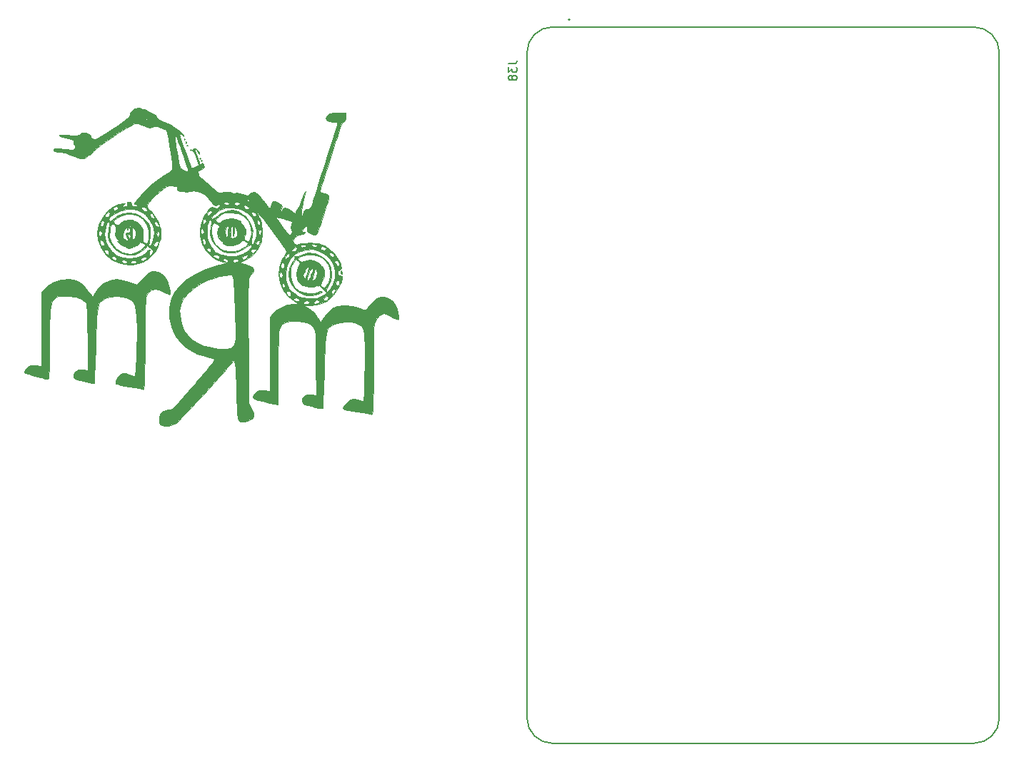
<source format=gbr>
G04 #@! TF.GenerationSoftware,KiCad,Pcbnew,(5.1.10)-1*
G04 #@! TF.CreationDate,2022-12-17T23:06:12+05:30*
G04 #@! TF.ProjectId,2023 control pcb,32303233-2063-46f6-9e74-726f6c207063,rev?*
G04 #@! TF.SameCoordinates,Original*
G04 #@! TF.FileFunction,Legend,Bot*
G04 #@! TF.FilePolarity,Positive*
%FSLAX46Y46*%
G04 Gerber Fmt 4.6, Leading zero omitted, Abs format (unit mm)*
G04 Created by KiCad (PCBNEW (5.1.10)-1) date 2022-12-17 23:06:12*
%MOMM*%
%LPD*%
G01*
G04 APERTURE LIST*
%ADD10C,0.010000*%
%ADD11C,0.127000*%
%ADD12C,0.200000*%
%ADD13C,0.150000*%
G04 APERTURE END LIST*
D10*
G04 #@! TO.C,G5*
G36*
X191728148Y-180910370D02*
G01*
X191711260Y-181077836D01*
X191728148Y-181098518D01*
X191812039Y-181079148D01*
X191822222Y-181004444D01*
X191770592Y-180888294D01*
X191728148Y-180910370D01*
G37*
X191728148Y-180910370D02*
X191711260Y-181077836D01*
X191728148Y-181098518D01*
X191812039Y-181079148D01*
X191822222Y-181004444D01*
X191770592Y-180888294D01*
X191728148Y-180910370D01*
G36*
X192527778Y-183050555D02*
G01*
X192598333Y-183121111D01*
X192668889Y-183050555D01*
X192598333Y-182980000D01*
X192527778Y-183050555D01*
G37*
X192527778Y-183050555D02*
X192598333Y-183121111D01*
X192668889Y-183050555D01*
X192598333Y-182980000D01*
X192527778Y-183050555D01*
G36*
X214258889Y-187707222D02*
G01*
X214329445Y-187777778D01*
X214400000Y-187707222D01*
X214329445Y-187636666D01*
X214258889Y-187707222D01*
G37*
X214258889Y-187707222D02*
X214329445Y-187777778D01*
X214400000Y-187707222D01*
X214329445Y-187636666D01*
X214258889Y-187707222D01*
G36*
X212385509Y-184025778D02*
G01*
X212251232Y-184089284D01*
X211864632Y-184248523D01*
X211622257Y-184240695D01*
X211551117Y-184195117D01*
X211437011Y-184108502D01*
X211520206Y-184218746D01*
X211531158Y-184231602D01*
X211596622Y-184404593D01*
X211508922Y-184653384D01*
X211284213Y-184993607D01*
X210946530Y-185666147D01*
X210853579Y-186359850D01*
X210974004Y-187037375D01*
X211276446Y-187661381D01*
X211729547Y-188194527D01*
X212301948Y-188599471D01*
X212962292Y-188838871D01*
X213679220Y-188875387D01*
X214386075Y-188687310D01*
X214675259Y-188534973D01*
X214792702Y-188417436D01*
X214786216Y-188399179D01*
X214615753Y-188394537D01*
X214421363Y-188471900D01*
X213959507Y-188602767D01*
X213357771Y-188622180D01*
X212732291Y-188537448D01*
X212199205Y-188355876D01*
X212148725Y-188328921D01*
X211591659Y-187900236D01*
X211248941Y-187340773D01*
X211098329Y-186607948D01*
X211086859Y-186296111D01*
X211116182Y-185721159D01*
X211227639Y-185307011D01*
X211412644Y-184988829D01*
X211740961Y-184528214D01*
X212000829Y-184847718D01*
X212171167Y-185092540D01*
X212155690Y-185265204D01*
X212025071Y-185429185D01*
X211844296Y-185830043D01*
X211799906Y-186388939D01*
X211840491Y-186871637D01*
X211976416Y-187203910D01*
X212207090Y-187467531D01*
X212428632Y-187655905D01*
X212516005Y-187678737D01*
X212503665Y-187636666D01*
X212461259Y-187516220D01*
X212565310Y-187620357D01*
X212590369Y-187650347D01*
X212860177Y-187802318D01*
X213274280Y-187873133D01*
X213717506Y-187861386D01*
X214074682Y-187765672D01*
X214197891Y-187669965D01*
X214326348Y-187568872D01*
X214488445Y-187651108D01*
X214693476Y-187874147D01*
X214949482Y-188152230D01*
X215180749Y-188363015D01*
X215335794Y-188466967D01*
X215363139Y-188424548D01*
X215330102Y-188363062D01*
X215338431Y-188151707D01*
X215488100Y-187838769D01*
X215534280Y-187770207D01*
X215855289Y-187090420D01*
X215906207Y-186676634D01*
X215752140Y-186676634D01*
X215578341Y-187344084D01*
X215368037Y-187700268D01*
X215154898Y-187942186D01*
X215003358Y-187979543D01*
X214817218Y-187842798D01*
X214658525Y-187673427D01*
X214646976Y-187510547D01*
X214732532Y-187345257D01*
X212248736Y-187345257D01*
X212229434Y-187354444D01*
X212100658Y-187255105D01*
X212071667Y-187213333D01*
X212035709Y-187081410D01*
X212055011Y-187072222D01*
X212183787Y-187171561D01*
X212212778Y-187213333D01*
X212248736Y-187345257D01*
X214732532Y-187345257D01*
X214785099Y-187243703D01*
X214832723Y-187165159D01*
X215065455Y-186549948D01*
X215056989Y-186206232D01*
X214213883Y-186206232D01*
X214146523Y-186638707D01*
X213953203Y-186978229D01*
X213902125Y-187022031D01*
X213685958Y-187154579D01*
X213605532Y-187171457D01*
X213608494Y-187142778D01*
X213412222Y-187142778D01*
X213341667Y-187213333D01*
X213271111Y-187142778D01*
X213341667Y-187072222D01*
X213412222Y-187142778D01*
X213608494Y-187142778D01*
X213620486Y-187026707D01*
X213699805Y-186693701D01*
X213788783Y-186374460D01*
X213933785Y-185946131D01*
X214046163Y-185776459D01*
X214127978Y-185825461D01*
X214213883Y-186206232D01*
X215056989Y-186206232D01*
X215050523Y-185943764D01*
X214978091Y-185773996D01*
X213741046Y-185773996D01*
X213723499Y-185950459D01*
X213645896Y-186217006D01*
X213542370Y-186289185D01*
X213539145Y-186287342D01*
X213474919Y-186323579D01*
X213502053Y-186436568D01*
X213474475Y-186705787D01*
X213324048Y-186917340D01*
X213116047Y-187083341D01*
X213034832Y-187045169D01*
X213078141Y-186785686D01*
X213241692Y-186293328D01*
X213428721Y-185858320D01*
X213529825Y-185707214D01*
X213204340Y-185707214D01*
X213128066Y-186024802D01*
X213106152Y-186093749D01*
X212980169Y-186479917D01*
X212887519Y-186771956D01*
X212882015Y-186790000D01*
X212805410Y-186881549D01*
X212687485Y-186718519D01*
X212659268Y-186659714D01*
X212571285Y-186385736D01*
X212655713Y-186266309D01*
X212666265Y-186262541D01*
X212776442Y-186108571D01*
X212762873Y-186027380D01*
X212795407Y-185837179D01*
X212946417Y-185635649D01*
X213122882Y-185525200D01*
X213201512Y-185544474D01*
X213204340Y-185707214D01*
X213529825Y-185707214D01*
X213592168Y-185614039D01*
X213705216Y-185579570D01*
X213741046Y-185773996D01*
X214978091Y-185773996D01*
X214818853Y-185400770D01*
X214788380Y-185369701D01*
X214647625Y-185369701D01*
X214628323Y-185378889D01*
X214499547Y-185279549D01*
X214470556Y-185237778D01*
X214434598Y-185105854D01*
X214453900Y-185096666D01*
X214582676Y-185196006D01*
X214611667Y-185237778D01*
X214647625Y-185369701D01*
X214788380Y-185369701D01*
X214401370Y-184975128D01*
X213829000Y-184721001D01*
X213409953Y-184673333D01*
X212995502Y-184722471D01*
X212685651Y-184825691D01*
X212411404Y-184896796D01*
X212146122Y-184747091D01*
X212123604Y-184727039D01*
X211956374Y-184555240D01*
X211970660Y-184435919D01*
X212196338Y-184289799D01*
X212311732Y-184227818D01*
X213001764Y-184007040D01*
X213756491Y-184004288D01*
X214485723Y-184204947D01*
X215099266Y-184594399D01*
X215202622Y-184696289D01*
X215559222Y-185260876D01*
X215744081Y-185951611D01*
X215752140Y-186676634D01*
X215906207Y-186676634D01*
X215948978Y-186329066D01*
X215820174Y-185565070D01*
X215473704Y-184877357D01*
X215347745Y-184719852D01*
X214707900Y-184186203D01*
X213961553Y-183884625D01*
X213167742Y-183827143D01*
X212385509Y-184025778D01*
G37*
X212385509Y-184025778D02*
X212251232Y-184089284D01*
X211864632Y-184248523D01*
X211622257Y-184240695D01*
X211551117Y-184195117D01*
X211437011Y-184108502D01*
X211520206Y-184218746D01*
X211531158Y-184231602D01*
X211596622Y-184404593D01*
X211508922Y-184653384D01*
X211284213Y-184993607D01*
X210946530Y-185666147D01*
X210853579Y-186359850D01*
X210974004Y-187037375D01*
X211276446Y-187661381D01*
X211729547Y-188194527D01*
X212301948Y-188599471D01*
X212962292Y-188838871D01*
X213679220Y-188875387D01*
X214386075Y-188687310D01*
X214675259Y-188534973D01*
X214792702Y-188417436D01*
X214786216Y-188399179D01*
X214615753Y-188394537D01*
X214421363Y-188471900D01*
X213959507Y-188602767D01*
X213357771Y-188622180D01*
X212732291Y-188537448D01*
X212199205Y-188355876D01*
X212148725Y-188328921D01*
X211591659Y-187900236D01*
X211248941Y-187340773D01*
X211098329Y-186607948D01*
X211086859Y-186296111D01*
X211116182Y-185721159D01*
X211227639Y-185307011D01*
X211412644Y-184988829D01*
X211740961Y-184528214D01*
X212000829Y-184847718D01*
X212171167Y-185092540D01*
X212155690Y-185265204D01*
X212025071Y-185429185D01*
X211844296Y-185830043D01*
X211799906Y-186388939D01*
X211840491Y-186871637D01*
X211976416Y-187203910D01*
X212207090Y-187467531D01*
X212428632Y-187655905D01*
X212516005Y-187678737D01*
X212503665Y-187636666D01*
X212461259Y-187516220D01*
X212565310Y-187620357D01*
X212590369Y-187650347D01*
X212860177Y-187802318D01*
X213274280Y-187873133D01*
X213717506Y-187861386D01*
X214074682Y-187765672D01*
X214197891Y-187669965D01*
X214326348Y-187568872D01*
X214488445Y-187651108D01*
X214693476Y-187874147D01*
X214949482Y-188152230D01*
X215180749Y-188363015D01*
X215335794Y-188466967D01*
X215363139Y-188424548D01*
X215330102Y-188363062D01*
X215338431Y-188151707D01*
X215488100Y-187838769D01*
X215534280Y-187770207D01*
X215855289Y-187090420D01*
X215906207Y-186676634D01*
X215752140Y-186676634D01*
X215578341Y-187344084D01*
X215368037Y-187700268D01*
X215154898Y-187942186D01*
X215003358Y-187979543D01*
X214817218Y-187842798D01*
X214658525Y-187673427D01*
X214646976Y-187510547D01*
X214732532Y-187345257D01*
X212248736Y-187345257D01*
X212229434Y-187354444D01*
X212100658Y-187255105D01*
X212071667Y-187213333D01*
X212035709Y-187081410D01*
X212055011Y-187072222D01*
X212183787Y-187171561D01*
X212212778Y-187213333D01*
X212248736Y-187345257D01*
X214732532Y-187345257D01*
X214785099Y-187243703D01*
X214832723Y-187165159D01*
X215065455Y-186549948D01*
X215056989Y-186206232D01*
X214213883Y-186206232D01*
X214146523Y-186638707D01*
X213953203Y-186978229D01*
X213902125Y-187022031D01*
X213685958Y-187154579D01*
X213605532Y-187171457D01*
X213608494Y-187142778D01*
X213412222Y-187142778D01*
X213341667Y-187213333D01*
X213271111Y-187142778D01*
X213341667Y-187072222D01*
X213412222Y-187142778D01*
X213608494Y-187142778D01*
X213620486Y-187026707D01*
X213699805Y-186693701D01*
X213788783Y-186374460D01*
X213933785Y-185946131D01*
X214046163Y-185776459D01*
X214127978Y-185825461D01*
X214213883Y-186206232D01*
X215056989Y-186206232D01*
X215050523Y-185943764D01*
X214978091Y-185773996D01*
X213741046Y-185773996D01*
X213723499Y-185950459D01*
X213645896Y-186217006D01*
X213542370Y-186289185D01*
X213539145Y-186287342D01*
X213474919Y-186323579D01*
X213502053Y-186436568D01*
X213474475Y-186705787D01*
X213324048Y-186917340D01*
X213116047Y-187083341D01*
X213034832Y-187045169D01*
X213078141Y-186785686D01*
X213241692Y-186293328D01*
X213428721Y-185858320D01*
X213529825Y-185707214D01*
X213204340Y-185707214D01*
X213128066Y-186024802D01*
X213106152Y-186093749D01*
X212980169Y-186479917D01*
X212887519Y-186771956D01*
X212882015Y-186790000D01*
X212805410Y-186881549D01*
X212687485Y-186718519D01*
X212659268Y-186659714D01*
X212571285Y-186385736D01*
X212655713Y-186266309D01*
X212666265Y-186262541D01*
X212776442Y-186108571D01*
X212762873Y-186027380D01*
X212795407Y-185837179D01*
X212946417Y-185635649D01*
X213122882Y-185525200D01*
X213201512Y-185544474D01*
X213204340Y-185707214D01*
X213529825Y-185707214D01*
X213592168Y-185614039D01*
X213705216Y-185579570D01*
X213741046Y-185773996D01*
X214978091Y-185773996D01*
X214818853Y-185400770D01*
X214788380Y-185369701D01*
X214647625Y-185369701D01*
X214628323Y-185378889D01*
X214499547Y-185279549D01*
X214470556Y-185237778D01*
X214434598Y-185105854D01*
X214453900Y-185096666D01*
X214582676Y-185196006D01*
X214611667Y-185237778D01*
X214647625Y-185369701D01*
X214788380Y-185369701D01*
X214401370Y-184975128D01*
X213829000Y-184721001D01*
X213409953Y-184673333D01*
X212995502Y-184722471D01*
X212685651Y-184825691D01*
X212411404Y-184896796D01*
X212146122Y-184747091D01*
X212123604Y-184727039D01*
X211956374Y-184555240D01*
X211970660Y-184435919D01*
X212196338Y-184289799D01*
X212311732Y-184227818D01*
X213001764Y-184007040D01*
X213756491Y-184004288D01*
X214485723Y-184204947D01*
X215099266Y-184594399D01*
X215202622Y-184696289D01*
X215559222Y-185260876D01*
X215744081Y-185951611D01*
X215752140Y-186676634D01*
X215906207Y-186676634D01*
X215948978Y-186329066D01*
X215820174Y-185565070D01*
X215473704Y-184877357D01*
X215347745Y-184719852D01*
X214707900Y-184186203D01*
X213961553Y-183884625D01*
X213167742Y-183827143D01*
X212385509Y-184025778D01*
G36*
X198454445Y-170350555D02*
G01*
X198525000Y-170421111D01*
X198595556Y-170350555D01*
X198525000Y-170280000D01*
X198454445Y-170350555D01*
G37*
X198454445Y-170350555D02*
X198525000Y-170421111D01*
X198595556Y-170350555D01*
X198525000Y-170280000D01*
X198454445Y-170350555D01*
G36*
X198642593Y-170609259D02*
G01*
X198625705Y-170776725D01*
X198642593Y-170797407D01*
X198726483Y-170778037D01*
X198736667Y-170703333D01*
X198685036Y-170587183D01*
X198642593Y-170609259D01*
G37*
X198642593Y-170609259D02*
X198625705Y-170776725D01*
X198642593Y-170797407D01*
X198726483Y-170778037D01*
X198736667Y-170703333D01*
X198685036Y-170587183D01*
X198642593Y-170609259D01*
G36*
X198736667Y-171056111D02*
G01*
X198807222Y-171126666D01*
X198877778Y-171056111D01*
X198807222Y-170985555D01*
X198736667Y-171056111D01*
G37*
X198736667Y-171056111D02*
X198807222Y-171126666D01*
X198877778Y-171056111D01*
X198807222Y-170985555D01*
X198736667Y-171056111D01*
G36*
X199160000Y-171620555D02*
G01*
X199230556Y-171691111D01*
X199301111Y-171620555D01*
X199230556Y-171550000D01*
X199160000Y-171620555D01*
G37*
X199160000Y-171620555D02*
X199230556Y-171691111D01*
X199301111Y-171620555D01*
X199230556Y-171550000D01*
X199160000Y-171620555D01*
G36*
X200288889Y-172608333D02*
G01*
X200359445Y-172678889D01*
X200430000Y-172608333D01*
X200359445Y-172537778D01*
X200288889Y-172608333D01*
G37*
X200288889Y-172608333D02*
X200359445Y-172678889D01*
X200430000Y-172608333D01*
X200359445Y-172537778D01*
X200288889Y-172608333D01*
G36*
X200430000Y-172890555D02*
G01*
X200500556Y-172961111D01*
X200571111Y-172890555D01*
X200500556Y-172820000D01*
X200430000Y-172890555D01*
G37*
X200430000Y-172890555D02*
X200500556Y-172961111D01*
X200571111Y-172890555D01*
X200500556Y-172820000D01*
X200430000Y-172890555D01*
G36*
X199483706Y-171483996D02*
G01*
X199463332Y-171649019D01*
X199574079Y-171755947D01*
X199682952Y-171927095D01*
X199825829Y-172283428D01*
X199930798Y-172610941D01*
X200085666Y-173090421D01*
X200204162Y-173351381D01*
X200274526Y-173373003D01*
X200288889Y-173244847D01*
X200241845Y-173044132D01*
X200120656Y-172674577D01*
X200006738Y-172362902D01*
X199837374Y-171915862D01*
X199754371Y-171672197D01*
X199746350Y-171570525D01*
X199801932Y-171549463D01*
X199856047Y-171550000D01*
X199998090Y-171666775D01*
X200080598Y-171842856D01*
X200179363Y-172045623D01*
X200242651Y-172066608D01*
X200255211Y-171888321D01*
X200111166Y-171654158D01*
X199889579Y-171463516D01*
X199719480Y-171408889D01*
X199483706Y-171483996D01*
G37*
X199483706Y-171483996D02*
X199463332Y-171649019D01*
X199574079Y-171755947D01*
X199682952Y-171927095D01*
X199825829Y-172283428D01*
X199930798Y-172610941D01*
X200085666Y-173090421D01*
X200204162Y-173351381D01*
X200274526Y-173373003D01*
X200288889Y-173244847D01*
X200241845Y-173044132D01*
X200120656Y-172674577D01*
X200006738Y-172362902D01*
X199837374Y-171915862D01*
X199754371Y-171672197D01*
X199746350Y-171570525D01*
X199801932Y-171549463D01*
X199856047Y-171550000D01*
X199998090Y-171666775D01*
X200080598Y-171842856D01*
X200179363Y-172045623D01*
X200242651Y-172066608D01*
X200255211Y-171888321D01*
X200111166Y-171654158D01*
X199889579Y-171463516D01*
X199719480Y-171408889D01*
X199483706Y-171483996D01*
G36*
X217007899Y-186046769D02*
G01*
X217030082Y-186155000D01*
X217130240Y-186340669D01*
X217166764Y-186366666D01*
X217216093Y-186251438D01*
X217222222Y-186155000D01*
X217148374Y-185967178D01*
X217085540Y-185943333D01*
X217007899Y-186046769D01*
G37*
X217007899Y-186046769D02*
X217030082Y-186155000D01*
X217130240Y-186340669D01*
X217166764Y-186366666D01*
X217216093Y-186251438D01*
X217222222Y-186155000D01*
X217148374Y-185967178D01*
X217085540Y-185943333D01*
X217007899Y-186046769D01*
G36*
X194659681Y-186013270D02*
G01*
X194382688Y-186159163D01*
X194002602Y-186457122D01*
X193599174Y-186844230D01*
X193578478Y-186866232D01*
X192865288Y-187628722D01*
X191885144Y-187282893D01*
X191322511Y-187108374D01*
X190792097Y-186984117D01*
X190411111Y-186937186D01*
X189674981Y-187068434D01*
X188956341Y-187430978D01*
X188323780Y-187978554D01*
X187845885Y-188664901D01*
X187843908Y-188668782D01*
X187642064Y-189065898D01*
X187086310Y-188327522D01*
X186596360Y-187726713D01*
X186161088Y-187332584D01*
X185708226Y-187099757D01*
X185165506Y-186982851D01*
X184905761Y-186958287D01*
X183899376Y-186982039D01*
X183048204Y-187221143D01*
X182310214Y-187689098D01*
X182132571Y-187849074D01*
X181521111Y-188434955D01*
X181521111Y-197221175D01*
X180803214Y-197191421D01*
X180341657Y-197195232D01*
X180054798Y-197276300D01*
X179838779Y-197466524D01*
X179815436Y-197494799D01*
X179621522Y-197786935D01*
X179545556Y-198000264D01*
X179671951Y-198088259D01*
X180004954Y-198216437D01*
X180475292Y-198365490D01*
X181013694Y-198516109D01*
X181550885Y-198648988D01*
X182017594Y-198744817D01*
X182344547Y-198784289D01*
X182359021Y-198784444D01*
X182407508Y-198661604D01*
X182446256Y-198288603D01*
X182475504Y-197658719D01*
X182495489Y-196765230D01*
X182506449Y-195601416D01*
X182508889Y-194546579D01*
X182511324Y-193228111D01*
X182521506Y-192161368D01*
X182543751Y-191315874D01*
X182582374Y-190661153D01*
X182641693Y-190166728D01*
X182726021Y-189802124D01*
X182839676Y-189536864D01*
X182986974Y-189340472D01*
X183172229Y-189182472D01*
X183278876Y-189109369D01*
X183542107Y-188980203D01*
X183875330Y-188921716D01*
X184361771Y-188924255D01*
X184691092Y-188945593D01*
X185633507Y-189080318D01*
X186325321Y-189321811D01*
X186761245Y-189667902D01*
X186863782Y-189837329D01*
X186922051Y-190118023D01*
X186967209Y-190676230D01*
X186999297Y-191513060D01*
X187018359Y-192629626D01*
X187024445Y-193979878D01*
X187024445Y-197769811D01*
X186456834Y-197693678D01*
X185920417Y-197718064D01*
X185533699Y-197930491D01*
X185343111Y-198300132D01*
X185331111Y-198441125D01*
X185358472Y-198600033D01*
X185475377Y-198721500D01*
X185734059Y-198831003D01*
X186186752Y-198954021D01*
X186565244Y-199043084D01*
X187111913Y-199165722D01*
X187538822Y-199255946D01*
X187783396Y-199300797D01*
X187817624Y-199302441D01*
X187826314Y-199160945D01*
X187842467Y-198770833D01*
X187864901Y-198165579D01*
X187892434Y-197378657D01*
X187923882Y-196443539D01*
X187958064Y-195393700D01*
X187979285Y-194726108D01*
X188021493Y-193407368D01*
X188060512Y-192340801D01*
X188102429Y-191496509D01*
X188153334Y-190844596D01*
X188219313Y-190355165D01*
X188306456Y-189998319D01*
X188420849Y-189744161D01*
X188568581Y-189562794D01*
X188755740Y-189424321D01*
X188988414Y-189298845D01*
X189095266Y-189245759D01*
X189723822Y-189047884D01*
X190471218Y-188978368D01*
X191214359Y-189038060D01*
X191828422Y-189226946D01*
X192191597Y-189447936D01*
X192453543Y-189726174D01*
X192633605Y-190111595D01*
X192751128Y-190654133D01*
X192825458Y-191403721D01*
X192852384Y-191870000D01*
X192869370Y-192437551D01*
X192873982Y-193151962D01*
X192867723Y-193965543D01*
X192852093Y-194830602D01*
X192828596Y-195699451D01*
X192798732Y-196524400D01*
X192764004Y-197257757D01*
X192725913Y-197851834D01*
X192685961Y-198258940D01*
X192645760Y-198431277D01*
X192486039Y-198425287D01*
X192161235Y-198331454D01*
X191986902Y-198267056D01*
X191543858Y-198128196D01*
X191221892Y-198131600D01*
X191051431Y-198191900D01*
X190787055Y-198390995D01*
X190543458Y-198695556D01*
X190372803Y-199018302D01*
X190327251Y-199271954D01*
X190363825Y-199342417D01*
X190544508Y-199406954D01*
X190940394Y-199501191D01*
X191487879Y-199611061D01*
X191958331Y-199695028D01*
X192585886Y-199804947D01*
X193117970Y-199904640D01*
X193487568Y-199981173D01*
X193616386Y-200015032D01*
X193664883Y-199984306D01*
X193704404Y-199836033D01*
X193735760Y-199547379D01*
X193759762Y-199095506D01*
X193777221Y-198457581D01*
X193788947Y-197610767D01*
X193795752Y-196532229D01*
X193798446Y-195199132D01*
X193798565Y-194883708D01*
X193803039Y-193421872D01*
X193815653Y-192139636D01*
X193835898Y-191056487D01*
X193863263Y-190191911D01*
X193897237Y-189565391D01*
X193937311Y-189196414D01*
X193948839Y-189144448D01*
X194211682Y-188532663D01*
X194589361Y-188178424D01*
X195082599Y-188081479D01*
X195692119Y-188241573D01*
X196034682Y-188414477D01*
X196401766Y-188616391D01*
X196659231Y-188743318D01*
X196724615Y-188765555D01*
X196779087Y-188644833D01*
X196760655Y-188335190D01*
X196685759Y-187915415D01*
X196570835Y-187464297D01*
X196432322Y-187060622D01*
X196321759Y-186834637D01*
X195923463Y-186390237D01*
X195411387Y-186092270D01*
X194878399Y-185986629D01*
X194659681Y-186013270D01*
G37*
X194659681Y-186013270D02*
X194382688Y-186159163D01*
X194002602Y-186457122D01*
X193599174Y-186844230D01*
X193578478Y-186866232D01*
X192865288Y-187628722D01*
X191885144Y-187282893D01*
X191322511Y-187108374D01*
X190792097Y-186984117D01*
X190411111Y-186937186D01*
X189674981Y-187068434D01*
X188956341Y-187430978D01*
X188323780Y-187978554D01*
X187845885Y-188664901D01*
X187843908Y-188668782D01*
X187642064Y-189065898D01*
X187086310Y-188327522D01*
X186596360Y-187726713D01*
X186161088Y-187332584D01*
X185708226Y-187099757D01*
X185165506Y-186982851D01*
X184905761Y-186958287D01*
X183899376Y-186982039D01*
X183048204Y-187221143D01*
X182310214Y-187689098D01*
X182132571Y-187849074D01*
X181521111Y-188434955D01*
X181521111Y-197221175D01*
X180803214Y-197191421D01*
X180341657Y-197195232D01*
X180054798Y-197276300D01*
X179838779Y-197466524D01*
X179815436Y-197494799D01*
X179621522Y-197786935D01*
X179545556Y-198000264D01*
X179671951Y-198088259D01*
X180004954Y-198216437D01*
X180475292Y-198365490D01*
X181013694Y-198516109D01*
X181550885Y-198648988D01*
X182017594Y-198744817D01*
X182344547Y-198784289D01*
X182359021Y-198784444D01*
X182407508Y-198661604D01*
X182446256Y-198288603D01*
X182475504Y-197658719D01*
X182495489Y-196765230D01*
X182506449Y-195601416D01*
X182508889Y-194546579D01*
X182511324Y-193228111D01*
X182521506Y-192161368D01*
X182543751Y-191315874D01*
X182582374Y-190661153D01*
X182641693Y-190166728D01*
X182726021Y-189802124D01*
X182839676Y-189536864D01*
X182986974Y-189340472D01*
X183172229Y-189182472D01*
X183278876Y-189109369D01*
X183542107Y-188980203D01*
X183875330Y-188921716D01*
X184361771Y-188924255D01*
X184691092Y-188945593D01*
X185633507Y-189080318D01*
X186325321Y-189321811D01*
X186761245Y-189667902D01*
X186863782Y-189837329D01*
X186922051Y-190118023D01*
X186967209Y-190676230D01*
X186999297Y-191513060D01*
X187018359Y-192629626D01*
X187024445Y-193979878D01*
X187024445Y-197769811D01*
X186456834Y-197693678D01*
X185920417Y-197718064D01*
X185533699Y-197930491D01*
X185343111Y-198300132D01*
X185331111Y-198441125D01*
X185358472Y-198600033D01*
X185475377Y-198721500D01*
X185734059Y-198831003D01*
X186186752Y-198954021D01*
X186565244Y-199043084D01*
X187111913Y-199165722D01*
X187538822Y-199255946D01*
X187783396Y-199300797D01*
X187817624Y-199302441D01*
X187826314Y-199160945D01*
X187842467Y-198770833D01*
X187864901Y-198165579D01*
X187892434Y-197378657D01*
X187923882Y-196443539D01*
X187958064Y-195393700D01*
X187979285Y-194726108D01*
X188021493Y-193407368D01*
X188060512Y-192340801D01*
X188102429Y-191496509D01*
X188153334Y-190844596D01*
X188219313Y-190355165D01*
X188306456Y-189998319D01*
X188420849Y-189744161D01*
X188568581Y-189562794D01*
X188755740Y-189424321D01*
X188988414Y-189298845D01*
X189095266Y-189245759D01*
X189723822Y-189047884D01*
X190471218Y-188978368D01*
X191214359Y-189038060D01*
X191828422Y-189226946D01*
X192191597Y-189447936D01*
X192453543Y-189726174D01*
X192633605Y-190111595D01*
X192751128Y-190654133D01*
X192825458Y-191403721D01*
X192852384Y-191870000D01*
X192869370Y-192437551D01*
X192873982Y-193151962D01*
X192867723Y-193965543D01*
X192852093Y-194830602D01*
X192828596Y-195699451D01*
X192798732Y-196524400D01*
X192764004Y-197257757D01*
X192725913Y-197851834D01*
X192685961Y-198258940D01*
X192645760Y-198431277D01*
X192486039Y-198425287D01*
X192161235Y-198331454D01*
X191986902Y-198267056D01*
X191543858Y-198128196D01*
X191221892Y-198131600D01*
X191051431Y-198191900D01*
X190787055Y-198390995D01*
X190543458Y-198695556D01*
X190372803Y-199018302D01*
X190327251Y-199271954D01*
X190363825Y-199342417D01*
X190544508Y-199406954D01*
X190940394Y-199501191D01*
X191487879Y-199611061D01*
X191958331Y-199695028D01*
X192585886Y-199804947D01*
X193117970Y-199904640D01*
X193487568Y-199981173D01*
X193616386Y-200015032D01*
X193664883Y-199984306D01*
X193704404Y-199836033D01*
X193735760Y-199547379D01*
X193759762Y-199095506D01*
X193777221Y-198457581D01*
X193788947Y-197610767D01*
X193795752Y-196532229D01*
X193798446Y-195199132D01*
X193798565Y-194883708D01*
X193803039Y-193421872D01*
X193815653Y-192139636D01*
X193835898Y-191056487D01*
X193863263Y-190191911D01*
X193897237Y-189565391D01*
X193937311Y-189196414D01*
X193948839Y-189144448D01*
X194211682Y-188532663D01*
X194589361Y-188178424D01*
X195082599Y-188081479D01*
X195692119Y-188241573D01*
X196034682Y-188414477D01*
X196401766Y-188616391D01*
X196659231Y-188743318D01*
X196724615Y-188765555D01*
X196779087Y-188644833D01*
X196760655Y-188335190D01*
X196685759Y-187915415D01*
X196570835Y-187464297D01*
X196432322Y-187060622D01*
X196321759Y-186834637D01*
X195923463Y-186390237D01*
X195411387Y-186092270D01*
X194878399Y-185986629D01*
X194659681Y-186013270D01*
G36*
X192678634Y-166683372D02*
G01*
X192289732Y-166931110D01*
X192061864Y-167318958D01*
X192035186Y-167475453D01*
X191949568Y-167643284D01*
X191698674Y-167890006D01*
X191261864Y-168231998D01*
X190618496Y-168685640D01*
X189919644Y-169154197D01*
X189154053Y-169657593D01*
X188586817Y-170016559D01*
X188180880Y-170242334D01*
X187899190Y-170346155D01*
X187704692Y-170339259D01*
X187560332Y-170232885D01*
X187429055Y-170038270D01*
X187366426Y-169928528D01*
X187101646Y-169664454D01*
X186744908Y-169534141D01*
X186405112Y-169560930D01*
X186235349Y-169686074D01*
X186051968Y-169832628D01*
X185737772Y-169890041D01*
X185306809Y-169880875D01*
X184599292Y-169839034D01*
X184126194Y-169818003D01*
X183840385Y-169819090D01*
X183694735Y-169843600D01*
X183642115Y-169892843D01*
X183635959Y-169927222D01*
X183758697Y-170018883D01*
X184086973Y-170115946D01*
X184479097Y-170186487D01*
X185016252Y-170289546D01*
X185288267Y-170415564D01*
X185331111Y-170503987D01*
X185349341Y-170812902D01*
X185437374Y-171008973D01*
X185507378Y-171098471D01*
X185573473Y-171313332D01*
X185460101Y-171471770D01*
X185286167Y-171569315D01*
X185000866Y-171595037D01*
X184535058Y-171551823D01*
X184308939Y-171519808D01*
X183656285Y-171449524D01*
X183206746Y-171459073D01*
X182985176Y-171545627D01*
X182989697Y-171669945D01*
X183160903Y-171749762D01*
X183524501Y-171828752D01*
X183867363Y-171874689D01*
X184318171Y-171938705D01*
X184644751Y-172017569D01*
X184753444Y-172073689D01*
X184929614Y-172178792D01*
X185278848Y-172310902D01*
X185472222Y-172369976D01*
X185907412Y-172495713D01*
X186254934Y-172600096D01*
X186341121Y-172627525D01*
X186609769Y-172590257D01*
X186875434Y-172404566D01*
X187123865Y-172214965D01*
X187299640Y-172180657D01*
X187299761Y-172180732D01*
X187430416Y-172125136D01*
X187541559Y-171916811D01*
X187694914Y-171732994D01*
X188045172Y-171433062D01*
X188547829Y-171047093D01*
X189158382Y-170605161D01*
X189832326Y-170137345D01*
X190525157Y-169673721D01*
X191192371Y-169244365D01*
X191789464Y-168879353D01*
X192271931Y-168608763D01*
X192595270Y-168462670D01*
X192677952Y-168445555D01*
X192970608Y-168499952D01*
X193399432Y-168639038D01*
X193672485Y-168748037D01*
X194125220Y-168920691D01*
X194426367Y-168965699D01*
X194669152Y-168895832D01*
X194686422Y-168886941D01*
X194937324Y-168807678D01*
X195249582Y-168841683D01*
X195702778Y-168992928D01*
X196408333Y-169262492D01*
X196593133Y-170370968D01*
X196715507Y-171098198D01*
X196852081Y-171899674D01*
X196962175Y-172537778D01*
X197041432Y-173120017D01*
X197066495Y-173603601D01*
X197032810Y-173900455D01*
X197032645Y-173900898D01*
X196851184Y-174123384D01*
X196485400Y-174405069D01*
X196031658Y-174677009D01*
X195451941Y-175050378D01*
X194766859Y-175595340D01*
X194038364Y-176256212D01*
X193328410Y-176977312D01*
X192790975Y-177589723D01*
X192570693Y-177873718D01*
X192525892Y-178004974D01*
X192643210Y-178040483D01*
X192685141Y-178041111D01*
X192905467Y-178103420D01*
X192951111Y-178182222D01*
X192830351Y-178288299D01*
X192598333Y-178323333D01*
X192321698Y-178257188D01*
X192245556Y-178041111D01*
X192147385Y-177806783D01*
X191953824Y-177758889D01*
X191742911Y-177815192D01*
X191748049Y-178029518D01*
X191751667Y-178041111D01*
X191761534Y-178269983D01*
X191620065Y-178323333D01*
X191360694Y-178329442D01*
X191296583Y-178333916D01*
X191157830Y-178271801D01*
X191183599Y-178119678D01*
X191352306Y-177999702D01*
X191355802Y-177998775D01*
X191478536Y-177947658D01*
X191331361Y-177919984D01*
X191267052Y-177916369D01*
X190680377Y-178016196D01*
X190058658Y-178336444D01*
X189454982Y-178829422D01*
X188922435Y-179447441D01*
X188514103Y-180142812D01*
X188367989Y-180520712D01*
X188195684Y-181413595D01*
X188270650Y-182268871D01*
X188600151Y-183151014D01*
X188681955Y-183308202D01*
X189273297Y-184132012D01*
X190028447Y-184730229D01*
X190930791Y-185094272D01*
X191963711Y-185215565D01*
X192345772Y-185199660D01*
X193331352Y-184990329D01*
X193552254Y-184875185D01*
X192810000Y-184875185D01*
X192688280Y-185054960D01*
X192445463Y-185096666D01*
X192178955Y-185041056D01*
X192139016Y-184920278D01*
X192163008Y-184894814D01*
X191681111Y-184894814D01*
X191576689Y-185043858D01*
X191345804Y-185070317D01*
X191112027Y-184982497D01*
X191010127Y-184849722D01*
X191079668Y-184711905D01*
X191316574Y-184673333D01*
X191612466Y-184747286D01*
X191681111Y-184894814D01*
X192163008Y-184894814D01*
X192295997Y-184753667D01*
X192541019Y-184695225D01*
X192750510Y-184753256D01*
X192810000Y-184875185D01*
X193552254Y-184875185D01*
X194184806Y-184545472D01*
X194336457Y-184402661D01*
X194066345Y-184402661D01*
X194007386Y-184511855D01*
X193876641Y-184612856D01*
X193566689Y-184792905D01*
X193375564Y-184764613D01*
X193313771Y-184689322D01*
X193329313Y-184507825D01*
X193355818Y-184486354D01*
X190455851Y-184486354D01*
X190441166Y-184662248D01*
X190264973Y-184718467D01*
X190114783Y-184665784D01*
X189899271Y-184504619D01*
X189846667Y-184409665D01*
X189938488Y-184214843D01*
X190178062Y-184233543D01*
X190271134Y-184283456D01*
X190455851Y-184486354D01*
X193355818Y-184486354D01*
X193520138Y-184353248D01*
X193782071Y-184291929D01*
X193901814Y-184314847D01*
X194066345Y-184402661D01*
X194336457Y-184402661D01*
X194879407Y-183891363D01*
X194995933Y-183699733D01*
X194806461Y-183699733D01*
X194692950Y-183902865D01*
X194646220Y-183965424D01*
X194454962Y-184168812D01*
X194347397Y-184135798D01*
X194329516Y-184094676D01*
X194329941Y-183810273D01*
X194386255Y-183650278D01*
X194436726Y-183445560D01*
X194329105Y-183417808D01*
X194126421Y-183568613D01*
X194062001Y-183642087D01*
X193941447Y-183808044D01*
X194014059Y-183796797D01*
X194080000Y-183760575D01*
X194207577Y-183712175D01*
X194174074Y-183768765D01*
X193996392Y-183894668D01*
X193962408Y-183902222D01*
X193781951Y-183967995D01*
X193515556Y-184103115D01*
X192794082Y-184372044D01*
X191979795Y-184467044D01*
X191176720Y-184387235D01*
X190488880Y-184131736D01*
X190483734Y-184128756D01*
X190079391Y-183799781D01*
X189532814Y-183799781D01*
X189502510Y-183925639D01*
X189415755Y-184066803D01*
X189292739Y-183985280D01*
X189212272Y-183883604D01*
X189051680Y-183633658D01*
X189004488Y-183509166D01*
X189101306Y-183412380D01*
X189310194Y-183425956D01*
X189488959Y-183537785D01*
X189498065Y-183551202D01*
X189532814Y-183799781D01*
X190079391Y-183799781D01*
X189953376Y-183697255D01*
X189488146Y-183100330D01*
X189363731Y-182850430D01*
X189000000Y-182850430D01*
X188885535Y-182965436D01*
X188788333Y-182980000D01*
X188600458Y-182909931D01*
X188576667Y-182850430D01*
X188530121Y-182613947D01*
X188491014Y-182497652D01*
X188503350Y-182307569D01*
X188617028Y-182274444D01*
X188842276Y-182397405D01*
X188983212Y-182694237D01*
X189000000Y-182850430D01*
X189363731Y-182850430D01*
X189162147Y-182445533D01*
X189063997Y-182068229D01*
X189039788Y-181622032D01*
X189048931Y-181498333D01*
X188717778Y-181498333D01*
X188644177Y-181782064D01*
X188506111Y-181851111D01*
X188335873Y-181728443D01*
X188294445Y-181498333D01*
X188368046Y-181214602D01*
X188506111Y-181145555D01*
X188676350Y-181268224D01*
X188717778Y-181498333D01*
X189048931Y-181498333D01*
X189076400Y-181126723D01*
X189158937Y-180655196D01*
X189272504Y-180280347D01*
X189313974Y-180214712D01*
X188973216Y-180214712D01*
X188913802Y-180464473D01*
X188766128Y-180628015D01*
X188648429Y-180632603D01*
X188526799Y-180518671D01*
X188579703Y-180280646D01*
X188609491Y-180212643D01*
X188769192Y-179989414D01*
X188897301Y-179998634D01*
X188973216Y-180214712D01*
X189313974Y-180214712D01*
X189402203Y-180075072D01*
X189474256Y-180060587D01*
X189587632Y-180226157D01*
X189589995Y-180384632D01*
X189478073Y-181172865D01*
X189453997Y-181763842D01*
X189524582Y-182230645D01*
X189696644Y-182646356D01*
X189820244Y-182853831D01*
X190374699Y-183488464D01*
X191046601Y-183898174D01*
X191785319Y-184076719D01*
X192540221Y-184017856D01*
X193260676Y-183715342D01*
X193736167Y-183336661D01*
X194100591Y-182972238D01*
X194496623Y-183305477D01*
X194749217Y-183536772D01*
X194806461Y-183699733D01*
X194995933Y-183699733D01*
X195388423Y-183054279D01*
X195567756Y-182453616D01*
X195459822Y-182453616D01*
X195458412Y-182610599D01*
X195345035Y-182848165D01*
X195134288Y-183096507D01*
X194918723Y-183062750D01*
X194884595Y-183032002D01*
X194863426Y-182845796D01*
X194991035Y-182608481D01*
X195190595Y-182438512D01*
X195284409Y-182415555D01*
X195459822Y-182453616D01*
X195567756Y-182453616D01*
X195685125Y-182060498D01*
X195710702Y-181891784D01*
X195699789Y-181398152D01*
X195535431Y-181398152D01*
X195525648Y-181639444D01*
X195432418Y-181904406D01*
X195333550Y-181992222D01*
X195239810Y-181871366D01*
X195208889Y-181639444D01*
X195264459Y-181411406D01*
X194915931Y-181411406D01*
X194881656Y-181903179D01*
X194775211Y-182378987D01*
X194623081Y-182759232D01*
X194451754Y-182964316D01*
X194393984Y-182980000D01*
X194269514Y-182915618D01*
X193873154Y-182915618D01*
X193755106Y-183089837D01*
X193704757Y-183145935D01*
X193259149Y-183511422D01*
X192701172Y-183800266D01*
X192159319Y-183949986D01*
X192033889Y-183958442D01*
X191632801Y-183900721D01*
X191160453Y-183753320D01*
X191040273Y-183702536D01*
X190342719Y-183247227D01*
X189866830Y-182635583D01*
X189630614Y-181905616D01*
X189652081Y-181095334D01*
X189701760Y-180877430D01*
X189814082Y-180520127D01*
X189925541Y-180385835D01*
X190091033Y-180420907D01*
X190142126Y-180447084D01*
X190318947Y-180589986D01*
X190373395Y-180819353D01*
X190336810Y-181191900D01*
X190309215Y-181639292D01*
X190416435Y-181976504D01*
X190572670Y-182206076D01*
X190761221Y-182461835D01*
X190775830Y-182528556D01*
X190622335Y-182434755D01*
X190619008Y-182432429D01*
X190543688Y-182400999D01*
X190653525Y-182532290D01*
X190805992Y-182683483D01*
X191110047Y-182932761D01*
X191343994Y-183050634D01*
X191405715Y-183046337D01*
X191530769Y-183064177D01*
X191540000Y-183112783D01*
X191652695Y-183232795D01*
X191913340Y-183262505D01*
X192205775Y-183211088D01*
X192413841Y-183087717D01*
X192441128Y-183041611D01*
X192583708Y-182897564D01*
X192674074Y-182912648D01*
X192880497Y-182915852D01*
X193082206Y-182776522D01*
X193164849Y-182587678D01*
X193145693Y-182529022D01*
X193196389Y-182495826D01*
X193427446Y-182583397D01*
X193512689Y-182625739D01*
X193803090Y-182790012D01*
X193873154Y-182915618D01*
X194269514Y-182915618D01*
X194258958Y-182910158D01*
X194301559Y-182664080D01*
X194302125Y-182662500D01*
X194365108Y-182351566D01*
X194409941Y-181876444D01*
X194423898Y-181490272D01*
X194284719Y-181490272D01*
X194256114Y-182144633D01*
X194151104Y-182536700D01*
X193963941Y-182677412D01*
X193707210Y-182589783D01*
X193616484Y-182392698D01*
X193568900Y-181992174D01*
X193566220Y-181697829D01*
X192737828Y-181697829D01*
X192612009Y-182110598D01*
X192600783Y-182129370D01*
X192447250Y-182275702D01*
X192340635Y-182149322D01*
X192297674Y-181851111D01*
X192104445Y-181851111D01*
X192045351Y-182080412D01*
X191963333Y-182133333D01*
X191848683Y-182015146D01*
X191822222Y-181851111D01*
X191881316Y-181621810D01*
X191963333Y-181568889D01*
X192077984Y-181687076D01*
X192104445Y-181851111D01*
X192297674Y-181851111D01*
X192284016Y-181756313D01*
X192275600Y-181486855D01*
X192276519Y-181228693D01*
X192091690Y-181228693D01*
X191938066Y-181402776D01*
X191812713Y-181427778D01*
X191642457Y-181456778D01*
X191589163Y-181581898D01*
X191651432Y-181860319D01*
X191792428Y-182255582D01*
X191801594Y-182375131D01*
X191641147Y-182327183D01*
X191561397Y-182285895D01*
X191323479Y-182124216D01*
X191246019Y-182022535D01*
X191222960Y-181815874D01*
X191197427Y-181582202D01*
X191257859Y-181242211D01*
X191460518Y-180952750D01*
X191727922Y-180800144D01*
X191889577Y-180811075D01*
X192080603Y-180990732D01*
X192091690Y-181228693D01*
X192276519Y-181228693D01*
X192277171Y-181045698D01*
X192306801Y-180839479D01*
X192386386Y-180820980D01*
X192530763Y-180936590D01*
X192708119Y-181261743D01*
X192737828Y-181697829D01*
X193566220Y-181697829D01*
X193566098Y-181684494D01*
X193559566Y-181194668D01*
X193484797Y-180870174D01*
X193341412Y-180651666D01*
X192104445Y-180651666D01*
X192033889Y-180722222D01*
X191963333Y-180651666D01*
X192033889Y-180581111D01*
X192104445Y-180651666D01*
X193341412Y-180651666D01*
X193304788Y-180595855D01*
X193168176Y-180446140D01*
X192870391Y-180192663D01*
X192621869Y-180077760D01*
X192561125Y-180081974D01*
X192440593Y-180074891D01*
X192458221Y-180015050D01*
X192393892Y-179923795D01*
X192100490Y-179878120D01*
X191982488Y-179875555D01*
X191392973Y-179983421D01*
X190994124Y-180234363D01*
X190690401Y-180458051D01*
X190476687Y-180502415D01*
X190287636Y-180418265D01*
X190104248Y-180191857D01*
X190188419Y-179922509D01*
X190531545Y-179625444D01*
X190833541Y-179452683D01*
X191593078Y-179202921D01*
X192338297Y-179202256D01*
X193023322Y-179423600D01*
X193602277Y-179839868D01*
X194029285Y-180423976D01*
X194258472Y-181148838D01*
X194284719Y-181490272D01*
X194423898Y-181490272D01*
X194424417Y-181475917D01*
X194411065Y-180954225D01*
X194334572Y-180594258D01*
X194158820Y-180276817D01*
X193996842Y-180064806D01*
X193355249Y-179461144D01*
X192615855Y-179118084D01*
X192007798Y-179035666D01*
X191229595Y-179122389D01*
X190577672Y-179425966D01*
X190186474Y-179749159D01*
X189896707Y-180001927D01*
X189718544Y-180065541D01*
X189584683Y-179970497D01*
X189521312Y-179805732D01*
X189643951Y-179617337D01*
X189879876Y-179420907D01*
X190441673Y-179080551D01*
X189657455Y-179080551D01*
X189620361Y-179368932D01*
X189439743Y-179561038D01*
X189201092Y-179571745D01*
X189082211Y-179471081D01*
X189116317Y-179296723D01*
X189271541Y-179109111D01*
X189522306Y-178978305D01*
X189657455Y-179080551D01*
X190441673Y-179080551D01*
X190768926Y-178882290D01*
X191652476Y-178618106D01*
X192519614Y-178630428D01*
X193115168Y-178806424D01*
X193816083Y-179240295D01*
X194382521Y-179866387D01*
X194765474Y-180613808D01*
X194915931Y-181411406D01*
X195264459Y-181411406D01*
X195275376Y-181366611D01*
X195400988Y-181286666D01*
X195535431Y-181398152D01*
X195699789Y-181398152D01*
X195691601Y-181027813D01*
X195566905Y-180608081D01*
X195491111Y-180608081D01*
X195399400Y-180720365D01*
X195206445Y-180690003D01*
X195035516Y-180545355D01*
X195011862Y-180497821D01*
X194973459Y-180217934D01*
X195075845Y-180092703D01*
X195256193Y-180179474D01*
X195300984Y-180233927D01*
X195452251Y-180485994D01*
X195491111Y-180608081D01*
X195566905Y-180608081D01*
X195432278Y-180154921D01*
X195121036Y-179621898D01*
X194920641Y-179621898D01*
X194817035Y-179733753D01*
X194802834Y-179734444D01*
X194617993Y-179638027D01*
X194508464Y-179528959D01*
X194402527Y-179287733D01*
X194467918Y-179125921D01*
X194650912Y-179128987D01*
X194727563Y-179180426D01*
X194885587Y-179398960D01*
X194920641Y-179621898D01*
X195121036Y-179621898D01*
X194961686Y-179349002D01*
X194574982Y-178914785D01*
X194423653Y-178763945D01*
X194080000Y-178763945D01*
X193981509Y-178878896D01*
X193763028Y-178853977D01*
X193540044Y-178704879D01*
X193525982Y-178688674D01*
X193437473Y-178485216D01*
X193514885Y-178394303D01*
X193730893Y-178397678D01*
X193964723Y-178547961D01*
X194079799Y-178755815D01*
X194080000Y-178763945D01*
X194423653Y-178763945D01*
X194259269Y-178600093D01*
X194100370Y-178370640D01*
X190583974Y-178370640D01*
X190581198Y-178569158D01*
X190412803Y-178740039D01*
X190190070Y-178801082D01*
X190073502Y-178747724D01*
X190049431Y-178564063D01*
X190206135Y-178406446D01*
X190448818Y-178286598D01*
X190583974Y-178370640D01*
X194100370Y-178370640D01*
X194087861Y-178352578D01*
X194073420Y-178118859D01*
X194228608Y-177845554D01*
X194566087Y-177479279D01*
X195019159Y-177042191D01*
X195606402Y-176500067D01*
X196052759Y-176137759D01*
X196407314Y-175926368D01*
X196719147Y-175836997D01*
X197037342Y-175840748D01*
X197055835Y-175843060D01*
X197409728Y-175887923D01*
X197628852Y-175913947D01*
X197638627Y-175914921D01*
X197687915Y-176027890D01*
X197664285Y-176121837D01*
X197667095Y-176342004D01*
X197715871Y-176397927D01*
X197953496Y-176471775D01*
X198335831Y-176526263D01*
X198762696Y-176555316D01*
X199133907Y-176552862D01*
X199349282Y-176512824D01*
X199366047Y-176497981D01*
X199550809Y-176438055D01*
X199896558Y-176481502D01*
X200313247Y-176602735D01*
X200710828Y-176776166D01*
X200978292Y-176956104D01*
X201280292Y-177272016D01*
X201613829Y-177674522D01*
X201695046Y-177782098D01*
X201974876Y-178107574D01*
X202181731Y-178203969D01*
X202275643Y-178172315D01*
X202557705Y-178050951D01*
X202679905Y-178153228D01*
X202687778Y-178237680D01*
X202574908Y-178454148D01*
X202319288Y-178540575D01*
X202045403Y-178457671D01*
X202029790Y-178445366D01*
X201786659Y-178400549D01*
X201492236Y-178578743D01*
X201177232Y-178932913D01*
X200872358Y-179416023D01*
X200608325Y-179981038D01*
X200415843Y-180580923D01*
X200335365Y-181040470D01*
X200374313Y-181877473D01*
X200623068Y-182739596D01*
X201042732Y-183518556D01*
X201364358Y-183904950D01*
X201815535Y-184290427D01*
X202314165Y-184615299D01*
X202784259Y-184838591D01*
X203149828Y-184919326D01*
X203227587Y-184909666D01*
X203387519Y-184857109D01*
X203269839Y-184834242D01*
X203221373Y-184830813D01*
X203047747Y-184732226D01*
X203054098Y-184618371D01*
X203218644Y-184488156D01*
X203454447Y-184513125D01*
X203628324Y-184655911D01*
X203647111Y-184784745D01*
X203484882Y-184937775D01*
X203050519Y-185115226D01*
X202339836Y-185318777D01*
X202272045Y-185335955D01*
X200998266Y-185744865D01*
X199828205Y-186293175D01*
X198798874Y-186953963D01*
X197947286Y-187700308D01*
X197310452Y-188505289D01*
X196974939Y-189188889D01*
X196721156Y-190305752D01*
X196718183Y-191457152D01*
X196954618Y-192584325D01*
X197419058Y-193628506D01*
X197988235Y-194410980D01*
X198574518Y-194973072D01*
X199240412Y-195417954D01*
X200055736Y-195784629D01*
X200976803Y-196080516D01*
X201479339Y-196226929D01*
X201864568Y-196348178D01*
X202061868Y-196421820D01*
X202072390Y-196428686D01*
X202073952Y-196488442D01*
X202002856Y-196619565D01*
X201840757Y-196845160D01*
X201569308Y-197188334D01*
X201170163Y-197672190D01*
X200624974Y-198319835D01*
X199915396Y-199154373D01*
X199809662Y-199278333D01*
X199028860Y-200190956D01*
X198405897Y-200910307D01*
X197917105Y-201459230D01*
X197538817Y-201860568D01*
X197247367Y-202137162D01*
X197019086Y-202311856D01*
X196830307Y-202407493D01*
X196657364Y-202446914D01*
X196520064Y-202453333D01*
X196001152Y-202568681D01*
X195653801Y-202900160D01*
X195497862Y-203425926D01*
X195491111Y-203585715D01*
X195520883Y-203973075D01*
X195644636Y-204182096D01*
X195853075Y-204291270D01*
X196101040Y-204380061D01*
X196290145Y-204405226D01*
X196540561Y-204367032D01*
X196855392Y-204293518D01*
X197297305Y-204127935D01*
X197647112Y-203919907D01*
X197843798Y-203737256D01*
X198193967Y-203381225D01*
X198669511Y-202882595D01*
X199242318Y-202272147D01*
X199884279Y-201580664D01*
X200567282Y-200838927D01*
X201263217Y-200077717D01*
X201943974Y-199327817D01*
X202581443Y-198620008D01*
X203147513Y-197985072D01*
X203614074Y-197453791D01*
X203953015Y-197056946D01*
X204136226Y-196825318D01*
X204157506Y-196790837D01*
X204278707Y-196582244D01*
X204377904Y-196530097D01*
X204457971Y-196653244D01*
X204521786Y-196970537D01*
X204572224Y-197500823D01*
X204612160Y-198262954D01*
X204644470Y-199275779D01*
X204663333Y-200106514D01*
X204687825Y-201270539D01*
X204716078Y-202180216D01*
X204759212Y-202863319D01*
X204828350Y-203347627D01*
X204934613Y-203660915D01*
X205089123Y-203830961D01*
X205303001Y-203885541D01*
X205587368Y-203852433D01*
X205953347Y-203759412D01*
X206108622Y-203716217D01*
X206536911Y-203515316D01*
X206724947Y-203203950D01*
X206678228Y-202760686D01*
X206473699Y-202293274D01*
X206145000Y-201677222D01*
X206072570Y-194410000D01*
X206063949Y-193371866D01*
X204576064Y-193371866D01*
X204570078Y-193995398D01*
X204546023Y-194376256D01*
X204526887Y-194468285D01*
X204303819Y-194862416D01*
X203964175Y-195104908D01*
X203458708Y-195215662D01*
X202738171Y-195214577D01*
X202687778Y-195211439D01*
X202022774Y-195131986D01*
X201336870Y-194992755D01*
X200831809Y-194841973D01*
X200126660Y-194512106D01*
X199448282Y-194083369D01*
X198882341Y-193616337D01*
X198549613Y-193228316D01*
X198410257Y-192920383D01*
X198253945Y-192429605D01*
X198110302Y-191851487D01*
X198085080Y-191730711D01*
X197972153Y-191110455D01*
X197929969Y-190664897D01*
X197955964Y-190296198D01*
X198038190Y-189939715D01*
X198342412Y-189294252D01*
X198875087Y-188633730D01*
X199589151Y-188004251D01*
X200437541Y-187451916D01*
X200738325Y-187294748D01*
X201316202Y-187044451D01*
X201977825Y-186810363D01*
X202655432Y-186610397D01*
X203281258Y-186462463D01*
X203787542Y-186384474D01*
X204106519Y-186394342D01*
X204123312Y-186399993D01*
X204186922Y-186477637D01*
X204242727Y-186676313D01*
X204293278Y-187023339D01*
X204341128Y-187546032D01*
X204388829Y-188271711D01*
X204438934Y-189227692D01*
X204488029Y-190303825D01*
X204534798Y-191500220D01*
X204564224Y-192531521D01*
X204576064Y-193371866D01*
X206063949Y-193371866D01*
X206060350Y-192938525D01*
X206053733Y-191567367D01*
X206052540Y-190321972D01*
X206056594Y-189227791D01*
X206065715Y-188310273D01*
X206079726Y-187594866D01*
X206098448Y-187107020D01*
X206121703Y-186872185D01*
X206125481Y-186860555D01*
X206316050Y-186542654D01*
X206533264Y-186268013D01*
X206716663Y-185964198D01*
X206729281Y-185732475D01*
X206525034Y-185512586D01*
X206140699Y-185303357D01*
X205676449Y-185148662D01*
X205267588Y-185092254D01*
X205070835Y-185077103D01*
X205067238Y-185019621D01*
X205280658Y-184892132D01*
X205561283Y-184751644D01*
X205607813Y-184722240D01*
X204940318Y-184722240D01*
X204769167Y-184862100D01*
X204419579Y-184938825D01*
X204251557Y-184823532D01*
X204240000Y-184743889D01*
X204362668Y-184573650D01*
X204592778Y-184532222D01*
X204870035Y-184590564D01*
X204940318Y-184722240D01*
X205607813Y-184722240D01*
X206474601Y-184174494D01*
X206527371Y-184117896D01*
X206009456Y-184117896D01*
X205985300Y-184307751D01*
X205841631Y-184466567D01*
X205541017Y-184647469D01*
X205393431Y-184607384D01*
X205368889Y-184466631D01*
X205463945Y-184255162D01*
X202679493Y-184255162D01*
X202623025Y-184381723D01*
X202503468Y-184512370D01*
X202328738Y-184491660D01*
X202110104Y-184384031D01*
X201920374Y-184204336D01*
X201965017Y-184059601D01*
X202198988Y-184024472D01*
X202311598Y-184050123D01*
X202602542Y-184154907D01*
X202679493Y-184255162D01*
X205463945Y-184255162D01*
X205466904Y-184248581D01*
X205685799Y-184089906D01*
X205912849Y-184051978D01*
X206009456Y-184117896D01*
X206527371Y-184117896D01*
X207142338Y-183458322D01*
X207178370Y-183385324D01*
X207048815Y-183385324D01*
X207009979Y-183487564D01*
X206853567Y-183682228D01*
X206595644Y-183878600D01*
X206431625Y-183825964D01*
X206394121Y-183562298D01*
X206525730Y-183369103D01*
X206843673Y-183337791D01*
X207048815Y-183385324D01*
X207178370Y-183385324D01*
X207564317Y-182603431D01*
X207599659Y-182404014D01*
X207485556Y-182404014D01*
X207414083Y-182721845D01*
X207241916Y-182889843D01*
X207123684Y-182886428D01*
X207121403Y-182884048D01*
X206511373Y-182884048D01*
X206446073Y-183077576D01*
X206160106Y-183413777D01*
X206074862Y-183496352D01*
X205410775Y-183941820D01*
X204614753Y-184193943D01*
X203772686Y-184238826D01*
X202970465Y-184062572D01*
X202859635Y-184016539D01*
X202512685Y-183872450D01*
X202287790Y-183798080D01*
X202258536Y-183795083D01*
X202145232Y-183694598D01*
X202074574Y-183605686D01*
X201659565Y-183605686D01*
X201632132Y-183681206D01*
X201485871Y-183749012D01*
X201259323Y-183599303D01*
X201086968Y-183392537D01*
X201143912Y-183258150D01*
X201167498Y-183242436D01*
X201391805Y-183232667D01*
X201590864Y-183386837D01*
X201659565Y-183605686D01*
X202074574Y-183605686D01*
X201928108Y-183421382D01*
X201702599Y-183104455D01*
X201383322Y-182559153D01*
X201362861Y-182493557D01*
X201058543Y-182493557D01*
X201051576Y-182725237D01*
X201026134Y-182760162D01*
X200837988Y-182836411D01*
X200715575Y-182740728D01*
X200712222Y-182709319D01*
X200665676Y-182472836D01*
X200626570Y-182356541D01*
X200638793Y-182166359D01*
X200751223Y-182133333D01*
X200937120Y-182247678D01*
X201058543Y-182493557D01*
X201362861Y-182493557D01*
X201218612Y-182031113D01*
X201162357Y-181561695D01*
X201161915Y-181301764D01*
X200853333Y-181301764D01*
X200760936Y-181522129D01*
X200641667Y-181568889D01*
X200471281Y-181446462D01*
X200430000Y-181220540D01*
X200478800Y-180970204D01*
X200641667Y-180953415D01*
X200820138Y-181145851D01*
X200853333Y-181301764D01*
X201161915Y-181301764D01*
X201161384Y-180990175D01*
X201231862Y-180485826D01*
X201357002Y-180109728D01*
X201359025Y-180107409D01*
X201082207Y-180107409D01*
X200960272Y-180348496D01*
X200787249Y-180440000D01*
X200667818Y-180323055D01*
X200677685Y-180087222D01*
X200790359Y-179796805D01*
X200947824Y-179749788D01*
X201057130Y-179862821D01*
X201082207Y-180107409D01*
X201359025Y-180107409D01*
X201520009Y-179922962D01*
X201613489Y-179920702D01*
X201722993Y-180085008D01*
X201723804Y-180243521D01*
X201622581Y-180866815D01*
X201576667Y-181303176D01*
X201580705Y-181641295D01*
X201621878Y-181930960D01*
X201818348Y-182421117D01*
X202187559Y-182940894D01*
X202648948Y-183395465D01*
X203113347Y-183686481D01*
X203773670Y-183826615D01*
X204511865Y-183774608D01*
X205216944Y-183548036D01*
X205642766Y-183285896D01*
X206083770Y-182975569D01*
X206381956Y-182845833D01*
X206511373Y-182884048D01*
X207121403Y-182884048D01*
X207000004Y-182757432D01*
X207069771Y-182542561D01*
X207245459Y-182331309D01*
X207413538Y-182277695D01*
X207485556Y-182404014D01*
X207599659Y-182404014D01*
X207740361Y-181610121D01*
X207738094Y-181357222D01*
X207626667Y-181357222D01*
X207560180Y-181630056D01*
X207434568Y-181710000D01*
X207300125Y-181598514D01*
X207309908Y-181357222D01*
X207403138Y-181092261D01*
X207442011Y-181057733D01*
X207035425Y-181057733D01*
X207009066Y-181835213D01*
X206898775Y-182293350D01*
X206738703Y-182701654D01*
X206582947Y-182833468D01*
X206433413Y-182707794D01*
X206431957Y-182687746D01*
X205997689Y-182687746D01*
X205945720Y-182843915D01*
X205708418Y-183072540D01*
X205352990Y-183320084D01*
X204946638Y-183533006D01*
X204925072Y-183542257D01*
X204456518Y-183641267D01*
X203865777Y-183636206D01*
X203275334Y-183539900D01*
X202807672Y-183365175D01*
X202725923Y-183311964D01*
X202166176Y-182775097D01*
X201845462Y-182148710D01*
X201731577Y-181524423D01*
X201727113Y-180902811D01*
X201823282Y-180473253D01*
X202008215Y-180263736D01*
X202253768Y-180293175D01*
X202511073Y-180512125D01*
X202599004Y-180655075D01*
X202618011Y-180808408D01*
X202567955Y-180805934D01*
X202490826Y-180883294D01*
X202437983Y-181163747D01*
X202429345Y-181295826D01*
X202473143Y-181806042D01*
X202626119Y-182197779D01*
X202856439Y-182401459D01*
X202941716Y-182415555D01*
X203059709Y-182493888D01*
X203040392Y-182556931D01*
X203076513Y-182704762D01*
X203318525Y-182834397D01*
X203690137Y-182922864D01*
X204115057Y-182947192D01*
X204289311Y-182932989D01*
X204722871Y-182809613D01*
X205073276Y-182600338D01*
X205107454Y-182566862D01*
X205362434Y-182368349D01*
X205604815Y-182392443D01*
X205650007Y-182414964D01*
X205904376Y-182588507D01*
X205997689Y-182687746D01*
X206431957Y-182687746D01*
X206418507Y-182502654D01*
X206474948Y-182136863D01*
X206519569Y-181951645D01*
X206559099Y-181551299D01*
X206443030Y-181551299D01*
X206362717Y-181969753D01*
X206236564Y-182367760D01*
X206106474Y-182523323D01*
X205916160Y-182471321D01*
X205745790Y-182352077D01*
X205570697Y-182142227D01*
X205634037Y-181883126D01*
X205639957Y-181871953D01*
X205745158Y-181575793D01*
X205771153Y-181381660D01*
X204751761Y-181381660D01*
X204722612Y-181767368D01*
X204644966Y-181941727D01*
X204463315Y-182041823D01*
X204206474Y-182079647D01*
X203984330Y-182054884D01*
X203906766Y-181967224D01*
X203917217Y-181943797D01*
X203963898Y-181734467D01*
X203983776Y-181373284D01*
X203983708Y-181357222D01*
X203957778Y-181357222D01*
X203887222Y-181427778D01*
X203816667Y-181357222D01*
X203887222Y-181286666D01*
X203957778Y-181357222D01*
X203983708Y-181357222D01*
X203983471Y-181302174D01*
X204012260Y-180898883D01*
X204092239Y-180599202D01*
X204105969Y-180574488D01*
X204184674Y-180558430D01*
X204233441Y-180812047D01*
X204251905Y-181216111D01*
X204269832Y-181655357D01*
X204304389Y-181830068D01*
X204359935Y-181757663D01*
X204375496Y-181710000D01*
X204432332Y-181301955D01*
X204413326Y-180933889D01*
X204384541Y-180659411D01*
X204444925Y-180617968D01*
X204536555Y-180691714D01*
X204685618Y-180975563D01*
X204751761Y-181381660D01*
X205771153Y-181381660D01*
X205787822Y-181257178D01*
X205766694Y-181008258D01*
X205680523Y-180921185D01*
X205652728Y-180932890D01*
X205570888Y-180910768D01*
X205591651Y-180814747D01*
X205545616Y-180586910D01*
X205432043Y-180470947D01*
X203925239Y-180470947D01*
X203906542Y-180532006D01*
X203851945Y-180592060D01*
X203741598Y-180843073D01*
X203680119Y-181243640D01*
X203675556Y-181385444D01*
X203646307Y-181754237D01*
X203572658Y-181969473D01*
X203534445Y-181992222D01*
X203405580Y-181921666D01*
X202687778Y-181921666D01*
X202617222Y-181992222D01*
X202546667Y-181921666D01*
X202617222Y-181851111D01*
X202687778Y-181921666D01*
X203405580Y-181921666D01*
X203382433Y-181908993D01*
X203375324Y-181886389D01*
X203310567Y-181302407D01*
X203367439Y-180915861D01*
X203563130Y-180662000D01*
X203727435Y-180559918D01*
X203837180Y-180510555D01*
X202828889Y-180510555D01*
X202758333Y-180581111D01*
X202687778Y-180510555D01*
X202758333Y-180440000D01*
X202828889Y-180510555D01*
X203837180Y-180510555D01*
X203925239Y-180470947D01*
X205432043Y-180470947D01*
X205346970Y-180384085D01*
X205156672Y-180224278D01*
X205152756Y-180157778D01*
X205152795Y-180157778D01*
X205157660Y-180089088D01*
X205155641Y-180087222D01*
X203252222Y-180087222D01*
X203181667Y-180157778D01*
X203111111Y-180087222D01*
X203181667Y-180016666D01*
X203252222Y-180087222D01*
X205155641Y-180087222D01*
X205007804Y-179950599D01*
X204596851Y-179782858D01*
X204057315Y-179739365D01*
X203511915Y-179815930D01*
X203083371Y-180008364D01*
X203072606Y-180016666D01*
X202724583Y-180246808D01*
X202483628Y-180271032D01*
X202278746Y-180104454D01*
X202223390Y-179941554D01*
X202344320Y-179733886D01*
X202619155Y-179469454D01*
X202937491Y-179219228D01*
X203236372Y-179086663D01*
X203628593Y-179035760D01*
X203997966Y-179029416D01*
X204828091Y-179118345D01*
X205470700Y-179396227D01*
X205963087Y-179881396D01*
X206075324Y-180050654D01*
X206395245Y-180793077D01*
X206443030Y-181551299D01*
X206559099Y-181551299D01*
X206599250Y-181144675D01*
X206407637Y-180383674D01*
X205955428Y-179703239D01*
X205766451Y-179516282D01*
X205375974Y-179198684D01*
X205005679Y-178953589D01*
X204858437Y-178881480D01*
X204135038Y-178752011D01*
X203380959Y-178882649D01*
X202642764Y-179262056D01*
X202349074Y-179492500D01*
X202003159Y-179733265D01*
X201765033Y-179794847D01*
X201678291Y-179697032D01*
X201786527Y-179459603D01*
X201923103Y-179299175D01*
X202378724Y-178954689D01*
X201760057Y-178954689D01*
X201663167Y-179176542D01*
X201446008Y-179423443D01*
X201268371Y-179396412D01*
X201218959Y-179331900D01*
X201225450Y-179131495D01*
X201375042Y-178914410D01*
X201574000Y-178789351D01*
X201675703Y-178802206D01*
X201760057Y-178954689D01*
X202378724Y-178954689D01*
X202598860Y-178788249D01*
X203402153Y-178496680D01*
X204270521Y-178435135D01*
X205141505Y-178614282D01*
X205377673Y-178709176D01*
X206037959Y-179099136D01*
X206508253Y-179620030D01*
X206829085Y-180266466D01*
X207035425Y-181057733D01*
X207442011Y-181057733D01*
X207502006Y-181004444D01*
X207595746Y-181125300D01*
X207626667Y-181357222D01*
X207738094Y-181357222D01*
X207735335Y-181049482D01*
X207668546Y-180407575D01*
X207658962Y-180370835D01*
X207480671Y-180370835D01*
X207415746Y-180555675D01*
X207353954Y-180581111D01*
X207211910Y-180464336D01*
X207129403Y-180288254D01*
X207090551Y-179990293D01*
X207203708Y-179890293D01*
X207335056Y-179940309D01*
X207452435Y-180120285D01*
X207480671Y-180370835D01*
X207658962Y-180370835D01*
X207545253Y-179934947D01*
X207334003Y-179519770D01*
X207282791Y-179440363D01*
X207187347Y-179276075D01*
X207046213Y-179276075D01*
X206992196Y-179404043D01*
X206929234Y-179447158D01*
X206707953Y-179459480D01*
X206518901Y-179306483D01*
X206450098Y-179089113D01*
X206508286Y-178964381D01*
X206704305Y-178941513D01*
X206886841Y-179075317D01*
X207046213Y-179276075D01*
X207187347Y-179276075D01*
X207098337Y-179122863D01*
X207042107Y-178938243D01*
X207084947Y-178917186D01*
X207231789Y-179049414D01*
X207507300Y-179370791D01*
X207879957Y-179838424D01*
X208318232Y-180409419D01*
X208790600Y-181040883D01*
X209265536Y-181689925D01*
X209711514Y-182313650D01*
X210097007Y-182869166D01*
X210390491Y-183313580D01*
X210560440Y-183604000D01*
X210590000Y-183686049D01*
X210516649Y-183873549D01*
X210332912Y-184189218D01*
X210251686Y-184312667D01*
X210012856Y-184759617D01*
X209803271Y-185308320D01*
X209739387Y-185536452D01*
X209662163Y-186432887D01*
X209828263Y-187346176D01*
X210210563Y-188212504D01*
X210781940Y-188968055D01*
X211420218Y-189491011D01*
X212056365Y-189894444D01*
X211429016Y-189895823D01*
X210726138Y-190003033D01*
X209990037Y-190286075D01*
X209337334Y-190691336D01*
X208996734Y-191013995D01*
X208614445Y-191468320D01*
X208614445Y-200184508D01*
X207900934Y-200154754D01*
X207447317Y-200157282D01*
X207168057Y-200235799D01*
X206958375Y-200424679D01*
X206916294Y-200477778D01*
X206733148Y-200724161D01*
X206640501Y-200909100D01*
X206668906Y-201053046D01*
X206848915Y-201176450D01*
X207211083Y-201299763D01*
X207785961Y-201443436D01*
X208604102Y-201627922D01*
X208649722Y-201638089D01*
X209602222Y-201850392D01*
X209603009Y-197601029D01*
X209607988Y-196440498D01*
X209621757Y-195379704D01*
X209643237Y-194454511D01*
X209671346Y-193700783D01*
X209705002Y-193154385D01*
X209743124Y-192851181D01*
X209746644Y-192837380D01*
X209982324Y-192371391D01*
X210399143Y-192065712D01*
X211019520Y-191910763D01*
X211865877Y-191896965D01*
X211937555Y-191901254D01*
X212575411Y-191967560D01*
X213017125Y-192083544D01*
X213347489Y-192271934D01*
X213361786Y-192283019D01*
X213576447Y-192458934D01*
X213745422Y-192634282D01*
X213874228Y-192843616D01*
X213968382Y-193121491D01*
X214033399Y-193502461D01*
X214074797Y-194021079D01*
X214098092Y-194711899D01*
X214108801Y-195609476D01*
X214112441Y-196748362D01*
X214112778Y-196986945D01*
X214117778Y-200763335D01*
X213549732Y-200672501D01*
X213107125Y-200644680D01*
X212805100Y-200752777D01*
X212703065Y-200833815D01*
X212458186Y-201178083D01*
X212437341Y-201511175D01*
X212632478Y-201759769D01*
X212812500Y-201830378D01*
X213164754Y-201913137D01*
X213661563Y-202033236D01*
X214027555Y-202123197D01*
X214469134Y-202224710D01*
X214782674Y-202281935D01*
X214889779Y-202284853D01*
X214902731Y-202138618D01*
X214923080Y-201743920D01*
X214949481Y-201134382D01*
X214980592Y-200343629D01*
X215015066Y-199405282D01*
X215051560Y-198352966D01*
X215073899Y-197679857D01*
X215116038Y-196381709D01*
X215153438Y-195335050D01*
X215192994Y-194509386D01*
X215241602Y-193874224D01*
X215306156Y-193399070D01*
X215393551Y-193053431D01*
X215510682Y-192806813D01*
X215664445Y-192628722D01*
X215861734Y-192488666D01*
X216109445Y-192356150D01*
X216299327Y-192260346D01*
X216917292Y-192049837D01*
X217632322Y-191963688D01*
X218336036Y-192003423D01*
X218920054Y-192170567D01*
X219017541Y-192222112D01*
X219268948Y-192380545D01*
X219468957Y-192547773D01*
X219622997Y-192755968D01*
X219736492Y-193037299D01*
X219814870Y-193423936D01*
X219863555Y-193948049D01*
X219887975Y-194641809D01*
X219893556Y-195537386D01*
X219885723Y-196666949D01*
X219878507Y-197326528D01*
X219863798Y-198357960D01*
X219844982Y-199295765D01*
X219823229Y-200103340D01*
X219799712Y-200744082D01*
X219775601Y-201181387D01*
X219752068Y-201378651D01*
X219748611Y-201385325D01*
X219578371Y-201388575D01*
X219254813Y-201294947D01*
X219130589Y-201246201D01*
X218572867Y-201115828D01*
X218097019Y-201241172D01*
X217671948Y-201633529D01*
X217536366Y-201825297D01*
X217392573Y-202043184D01*
X217320403Y-202195915D01*
X217356222Y-202304444D01*
X217536395Y-202389723D01*
X217897288Y-202472703D01*
X218475265Y-202574337D01*
X218986111Y-202660587D01*
X219609124Y-202769022D01*
X220145456Y-202866930D01*
X220522107Y-202940748D01*
X220644167Y-202968672D01*
X220708278Y-202972175D01*
X220760255Y-202926208D01*
X220801363Y-202804491D01*
X220832868Y-202580742D01*
X220856035Y-202228680D01*
X220872130Y-201722023D01*
X220882419Y-201034489D01*
X220888167Y-200139798D01*
X220890639Y-199011667D01*
X220891111Y-197840522D01*
X220894838Y-196573613D01*
X220905503Y-195404891D01*
X220922337Y-194366106D01*
X220944569Y-193489004D01*
X220971429Y-192805336D01*
X221002147Y-192346850D01*
X221028852Y-192163972D01*
X221253098Y-191662186D01*
X221577744Y-191265958D01*
X221937493Y-191046076D01*
X222080998Y-191023333D01*
X222371233Y-191087869D01*
X222786975Y-191252590D01*
X223037715Y-191376111D01*
X223422535Y-191573871D01*
X223697213Y-191701880D01*
X223777425Y-191728889D01*
X223854491Y-191607630D01*
X223859985Y-191298731D01*
X223804629Y-190884509D01*
X223699148Y-190447282D01*
X223563740Y-190088589D01*
X223216631Y-189572944D01*
X222712556Y-189217245D01*
X222665124Y-189193789D01*
X222177633Y-189018021D01*
X221748753Y-189022397D01*
X221321817Y-189226477D01*
X220840154Y-189649819D01*
X220599906Y-189906572D01*
X219955923Y-190620715D01*
X219087413Y-190328135D01*
X218426557Y-190156813D01*
X217722719Y-190052400D01*
X217388653Y-190035555D01*
X216637470Y-190119372D01*
X216025532Y-190393944D01*
X215493851Y-190893952D01*
X215176111Y-191336316D01*
X214926172Y-191700103D01*
X214728001Y-191942907D01*
X214648838Y-192003449D01*
X214530562Y-191892600D01*
X214375008Y-191610311D01*
X214349525Y-191552500D01*
X213924424Y-190910584D01*
X213246979Y-190375275D01*
X213059445Y-190270030D01*
X212636111Y-190046855D01*
X213482778Y-190038106D01*
X214502844Y-189899783D01*
X215393320Y-189513080D01*
X215408768Y-189500135D01*
X214488494Y-189500135D01*
X214466064Y-189677418D01*
X214262674Y-189833969D01*
X214011945Y-189892283D01*
X213852432Y-189782111D01*
X213835556Y-189699235D01*
X213850418Y-189675317D01*
X213319278Y-189675317D01*
X213314438Y-189832269D01*
X213100116Y-189891124D01*
X212972701Y-189894444D01*
X212660190Y-189846300D01*
X212600127Y-189718055D01*
X212775462Y-189544662D01*
X213049285Y-189505125D01*
X213277947Y-189607981D01*
X213319278Y-189675317D01*
X213850418Y-189675317D01*
X213949201Y-189516346D01*
X214025121Y-189485585D01*
X212142222Y-189485585D01*
X212031656Y-189547219D01*
X211786235Y-189527423D01*
X211535375Y-189443815D01*
X211457814Y-189392414D01*
X211471654Y-189254615D01*
X211501656Y-189197895D01*
X211674344Y-189135767D01*
X211919058Y-189215772D01*
X212108161Y-189380587D01*
X212142222Y-189485585D01*
X214025121Y-189485585D01*
X214194889Y-189416799D01*
X214429748Y-189444162D01*
X214488494Y-189500135D01*
X215408768Y-189500135D01*
X215853019Y-189127878D01*
X215604735Y-189127878D01*
X215518463Y-189272007D01*
X215299929Y-189430031D01*
X215076991Y-189465085D01*
X214965136Y-189361479D01*
X214964445Y-189347278D01*
X215072040Y-189138984D01*
X215303775Y-188984741D01*
X215523071Y-188973882D01*
X215529560Y-188977636D01*
X215604735Y-189127878D01*
X215853019Y-189127878D01*
X216140596Y-188886905D01*
X216557586Y-188281874D01*
X216436838Y-188281874D01*
X216295333Y-188494015D01*
X216061796Y-188666534D01*
X215904451Y-188657805D01*
X215896868Y-188497565D01*
X215975996Y-188364937D01*
X216134342Y-188153190D01*
X216185126Y-188081147D01*
X216309784Y-188095491D01*
X216375360Y-188130434D01*
X216436838Y-188281874D01*
X216557586Y-188281874D01*
X216731064Y-188030167D01*
X216818584Y-187854401D01*
X217086760Y-187237682D01*
X217111277Y-187150849D01*
X216917946Y-187150849D01*
X216904969Y-187407669D01*
X216857766Y-187545660D01*
X216710509Y-187699673D01*
X216545818Y-187650966D01*
X216464845Y-187452921D01*
X216478163Y-187345331D01*
X216621129Y-187120928D01*
X216744791Y-187072222D01*
X216917946Y-187150849D01*
X217111277Y-187150849D01*
X217202575Y-186827510D01*
X217168670Y-186594589D01*
X216987686Y-186509620D01*
X216940000Y-186507778D01*
X216719742Y-186407968D01*
X216656902Y-186183087D01*
X216734250Y-185996285D01*
X216362658Y-185996285D01*
X216316426Y-186797981D01*
X216066347Y-187569046D01*
X215640755Y-188253703D01*
X215067985Y-188796176D01*
X214376371Y-189140689D01*
X214156864Y-189195754D01*
X213651633Y-189244544D01*
X213067914Y-189229358D01*
X212525090Y-189159245D01*
X212142544Y-189043250D01*
X212142222Y-189043083D01*
X211882987Y-188878251D01*
X211693031Y-188736191D01*
X211120791Y-188736191D01*
X211086315Y-188878146D01*
X210999008Y-189033404D01*
X210885356Y-188965835D01*
X210791589Y-188844418D01*
X210634416Y-188587983D01*
X210590000Y-188456363D01*
X210692640Y-188353262D01*
X210904895Y-188365283D01*
X211083273Y-188482707D01*
X211088065Y-188490090D01*
X211120791Y-188736191D01*
X211693031Y-188736191D01*
X211550836Y-188629850D01*
X211220827Y-188359453D01*
X210968019Y-188128634D01*
X210867468Y-187998966D01*
X210867571Y-187997417D01*
X210816260Y-187827597D01*
X210789162Y-187769145D01*
X210407052Y-187769145D01*
X210382146Y-187874126D01*
X210293176Y-188036884D01*
X210204856Y-187963842D01*
X210129576Y-187811704D01*
X210050248Y-187535540D01*
X210076296Y-187397778D01*
X210232800Y-187373169D01*
X210364120Y-187529771D01*
X210407052Y-187769145D01*
X210789162Y-187769145D01*
X210677915Y-187529180D01*
X210671103Y-187515951D01*
X210532497Y-187022880D01*
X210510903Y-186437222D01*
X210166667Y-186437222D01*
X210093066Y-186720953D01*
X209955000Y-186790000D01*
X209784762Y-186667331D01*
X209743333Y-186437222D01*
X209816934Y-186153491D01*
X209955000Y-186084444D01*
X210125239Y-186207112D01*
X210166667Y-186437222D01*
X210510903Y-186437222D01*
X210505376Y-186287353D01*
X210510446Y-186162576D01*
X210661751Y-185257359D01*
X210691081Y-185198905D01*
X210368830Y-185198905D01*
X210314635Y-185457401D01*
X210159737Y-185640789D01*
X210079653Y-185661111D01*
X209904363Y-185559794D01*
X209886605Y-185484722D01*
X209961007Y-185201298D01*
X210124564Y-185015683D01*
X210278754Y-185008173D01*
X210368830Y-185198905D01*
X210691081Y-185198905D01*
X211026142Y-184531149D01*
X211608669Y-183971657D01*
X210945176Y-183971657D01*
X210943336Y-184191977D01*
X210773251Y-184415693D01*
X210524300Y-184530962D01*
X210497201Y-184532222D01*
X210371260Y-184476426D01*
X210439220Y-184268135D01*
X210444683Y-184257859D01*
X210667184Y-183951471D01*
X210861093Y-183892719D01*
X210945176Y-183971657D01*
X211608669Y-183971657D01*
X211614762Y-183965805D01*
X212001111Y-183735500D01*
X212853534Y-183443652D01*
X213714482Y-183405849D01*
X214534831Y-183604630D01*
X215265457Y-184022533D01*
X215857235Y-184642097D01*
X216176708Y-185219733D01*
X216362658Y-185996285D01*
X216734250Y-185996285D01*
X216755503Y-185944959D01*
X216915729Y-185832953D01*
X217086452Y-185639441D01*
X217076918Y-185302274D01*
X217020083Y-185149756D01*
X216875559Y-185149756D01*
X216856596Y-185258566D01*
X216689158Y-185370958D01*
X216485590Y-185210604D01*
X216412389Y-185103208D01*
X216314567Y-184853528D01*
X216399853Y-184728872D01*
X216584274Y-184749872D01*
X216774089Y-184926403D01*
X216875559Y-185149756D01*
X217020083Y-185149756D01*
X216915169Y-184868222D01*
X216629248Y-184384051D01*
X216422076Y-184119685D01*
X216283033Y-184119685D01*
X216226089Y-184254072D01*
X216202502Y-184269785D01*
X215978196Y-184279554D01*
X215779136Y-184125384D01*
X215710436Y-183906536D01*
X215737868Y-183831015D01*
X215884129Y-183763209D01*
X216110678Y-183912918D01*
X216283033Y-184119685D01*
X216422076Y-184119685D01*
X216247197Y-183896528D01*
X215797060Y-183452422D01*
X215592168Y-183304485D01*
X215315709Y-183304485D01*
X215257805Y-183443678D01*
X214972202Y-183496495D01*
X214917204Y-183494293D01*
X214672459Y-183419150D01*
X214661286Y-183321018D01*
X211860000Y-183321018D01*
X211753848Y-183544168D01*
X211520801Y-183658023D01*
X211288974Y-183615756D01*
X211229376Y-183551524D01*
X211269219Y-183390849D01*
X211423438Y-183269302D01*
X211715412Y-183138285D01*
X211839186Y-183175563D01*
X211860000Y-183321018D01*
X214661286Y-183321018D01*
X214650575Y-183226944D01*
X214727337Y-183025586D01*
X214865005Y-183006678D01*
X215118785Y-183128191D01*
X215315709Y-183304485D01*
X215592168Y-183304485D01*
X215306879Y-183098501D01*
X215260042Y-183071712D01*
X215079713Y-182980000D01*
X214258889Y-182980000D01*
X214138129Y-183086076D01*
X213906111Y-183121111D01*
X213617788Y-183043938D01*
X213607783Y-183020716D01*
X212977659Y-183020716D01*
X212800028Y-183141054D01*
X212741945Y-183156493D01*
X212412385Y-183161399D01*
X212284073Y-182992403D01*
X212283333Y-182971672D01*
X212404143Y-182871839D01*
X212636111Y-182838889D01*
X212915101Y-182896228D01*
X212977659Y-183020716D01*
X213607783Y-183020716D01*
X213553333Y-182894347D01*
X213637490Y-182734972D01*
X213776541Y-182753236D01*
X214045380Y-182829379D01*
X214129319Y-182838889D01*
X214255201Y-182946613D01*
X214258889Y-182980000D01*
X215079713Y-182980000D01*
X214808033Y-182841829D01*
X214409656Y-182712686D01*
X213946761Y-182656911D01*
X213425598Y-182646729D01*
X212861195Y-182668661D01*
X212374289Y-182725569D01*
X212062344Y-182805623D01*
X212044738Y-182814331D01*
X211787425Y-182902019D01*
X211598901Y-182778728D01*
X211523803Y-182678628D01*
X211390821Y-182430469D01*
X211438651Y-182215663D01*
X211550732Y-182047566D01*
X211887911Y-181777419D01*
X212160222Y-181714434D01*
X212516240Y-181624379D01*
X212724666Y-181471913D01*
X212842881Y-181302100D01*
X212753924Y-181297139D01*
X212671389Y-181326373D01*
X212462177Y-181354695D01*
X212461814Y-181305981D01*
X211265608Y-181305981D01*
X211163954Y-181486875D01*
X210993357Y-181668301D01*
X210931054Y-181710000D01*
X210832189Y-181604353D01*
X210606328Y-181320829D01*
X210292804Y-180909553D01*
X210101666Y-180653031D01*
X209761600Y-180187636D01*
X209496330Y-179814029D01*
X209343079Y-179585180D01*
X209320000Y-179540617D01*
X209441212Y-179555429D01*
X209750200Y-179630170D01*
X210164992Y-179741792D01*
X210603616Y-179867244D01*
X210984101Y-179983479D01*
X211224474Y-180067446D01*
X211263309Y-180087049D01*
X211249628Y-180224117D01*
X211177230Y-180453058D01*
X211135982Y-180856540D01*
X211200986Y-181026531D01*
X211265608Y-181305981D01*
X212461814Y-181305981D01*
X212461033Y-181201414D01*
X212644113Y-180894731D01*
X212884227Y-180634966D01*
X213049662Y-180603121D01*
X213096574Y-180794608D01*
X213070673Y-180939389D01*
X213047303Y-181192421D01*
X213180920Y-181360036D01*
X213474177Y-181503833D01*
X213826684Y-181638512D01*
X214066485Y-181707592D01*
X214091068Y-181710000D01*
X214178755Y-181583588D01*
X214328170Y-181238739D01*
X214518934Y-180727028D01*
X214638246Y-180373720D01*
X211682392Y-180373720D01*
X211654136Y-180430611D01*
X211519582Y-180576500D01*
X211494829Y-180473617D01*
X211529084Y-180363358D01*
X211632973Y-180209682D01*
X211679896Y-180212859D01*
X211682392Y-180373720D01*
X214638246Y-180373720D01*
X214730671Y-180100033D01*
X214746141Y-180051944D01*
X214972968Y-179345066D01*
X215188031Y-178675871D01*
X215365813Y-178123708D01*
X215473875Y-177789235D01*
X215613718Y-177328013D01*
X215637381Y-177058621D01*
X215517834Y-176905119D01*
X215228046Y-176791564D01*
X215105556Y-176754439D01*
X214757747Y-176645417D01*
X214559044Y-176573802D01*
X214541111Y-176562805D01*
X214581836Y-176428058D01*
X214694093Y-176071516D01*
X214863010Y-175540053D01*
X215073713Y-174880544D01*
X215194470Y-174503752D01*
X215496604Y-173555276D01*
X215839117Y-172469349D01*
X216180363Y-171378562D01*
X216478696Y-170415504D01*
X216484359Y-170397090D01*
X216752733Y-169550329D01*
X216965336Y-168944920D01*
X217135712Y-168548639D01*
X217277406Y-168329258D01*
X217383222Y-168258356D01*
X217573053Y-168120203D01*
X217643114Y-167796343D01*
X217645556Y-167682655D01*
X217645556Y-167175555D01*
X216749925Y-167175555D01*
X216164657Y-167203029D01*
X215778161Y-167297039D01*
X215550480Y-167439051D01*
X215329440Y-167665172D01*
X215246667Y-167811551D01*
X215371329Y-168017055D01*
X215681061Y-168193979D01*
X216079481Y-168292902D01*
X216199167Y-168299956D01*
X216511460Y-168335309D01*
X216656498Y-168415383D01*
X216657778Y-168424366D01*
X216616336Y-168600169D01*
X216504109Y-168983595D01*
X216339247Y-169514423D01*
X216179336Y-170011866D01*
X215914536Y-170833182D01*
X215618045Y-171766845D01*
X215339841Y-172655054D01*
X215245230Y-172961111D01*
X214992291Y-173776195D01*
X214705442Y-174689184D01*
X214432617Y-175547860D01*
X214334323Y-175853889D01*
X214120438Y-176519275D01*
X213917697Y-177154185D01*
X213755467Y-177666461D01*
X213691286Y-177871796D01*
X213529071Y-178316593D01*
X213353030Y-178552040D01*
X213097827Y-178646265D01*
X212934423Y-178661020D01*
X212686036Y-178771362D01*
X212619649Y-179003018D01*
X212552764Y-179318185D01*
X212469382Y-179463729D01*
X212395333Y-179437149D01*
X212370890Y-179197777D01*
X212389393Y-178809380D01*
X212444183Y-178335723D01*
X212528602Y-177840573D01*
X212635990Y-177387695D01*
X212710035Y-177159166D01*
X212833606Y-176780962D01*
X212877544Y-176537906D01*
X212856563Y-176488889D01*
X212766455Y-176613290D01*
X212633349Y-176938635D01*
X212493304Y-177370833D01*
X212317472Y-177881721D01*
X212121741Y-178316715D01*
X211977073Y-178544095D01*
X211784600Y-178817356D01*
X211718889Y-179002706D01*
X211658345Y-179159145D01*
X211477496Y-179061179D01*
X211318175Y-178888203D01*
X211046912Y-178669742D01*
X210711735Y-178531669D01*
X210399897Y-178491391D01*
X210198652Y-178566316D01*
X210166667Y-178658472D01*
X210097351Y-178857339D01*
X210029048Y-178887778D01*
X209961962Y-178776655D01*
X210021313Y-178546160D01*
X210072642Y-178255082D01*
X209908536Y-178048253D01*
X209841431Y-178002054D01*
X209474310Y-177802818D01*
X209226601Y-177703109D01*
X209001609Y-177679709D01*
X208879057Y-177841454D01*
X208827688Y-178033930D01*
X208732726Y-178352976D01*
X208635765Y-178521820D01*
X208635404Y-178522046D01*
X208567010Y-178477300D01*
X206163387Y-178477300D01*
X206119039Y-178636622D01*
X205899961Y-178650100D01*
X205783659Y-178600972D01*
X205564939Y-178432690D01*
X205510000Y-178326696D01*
X205601951Y-178145620D01*
X205836722Y-178168300D01*
X205984298Y-178255902D01*
X206163387Y-178477300D01*
X208567010Y-178477300D01*
X208515123Y-178443354D01*
X208278917Y-178181012D01*
X208114827Y-177970555D01*
X205086667Y-177970555D01*
X204963999Y-178140794D01*
X204733889Y-178182222D01*
X204450158Y-178108621D01*
X204386020Y-177980370D01*
X203816667Y-177980370D01*
X203712245Y-178129413D01*
X203481359Y-178155873D01*
X203247583Y-178068053D01*
X203145683Y-177935278D01*
X203215223Y-177797461D01*
X203452130Y-177758889D01*
X203748021Y-177832842D01*
X203816667Y-177980370D01*
X204386020Y-177980370D01*
X204381111Y-177970555D01*
X204503780Y-177800317D01*
X204733889Y-177758889D01*
X205017620Y-177832490D01*
X205086667Y-177970555D01*
X208114827Y-177970555D01*
X207969815Y-177784568D01*
X207854616Y-177626105D01*
X206215556Y-177626105D01*
X206107924Y-177755088D01*
X206074445Y-177758889D01*
X205950604Y-177644030D01*
X205933333Y-177538894D01*
X206001743Y-177392836D01*
X206074445Y-177406111D01*
X206210173Y-177586515D01*
X206215556Y-177626105D01*
X207854616Y-177626105D01*
X207840321Y-177606442D01*
X207469754Y-177109998D01*
X207195811Y-176811214D01*
X206969545Y-176665966D01*
X206757183Y-176630000D01*
X206409138Y-176716726D01*
X206233032Y-176875982D01*
X206129855Y-177016735D01*
X205982238Y-177049410D01*
X205705369Y-176975164D01*
X205460119Y-176886523D01*
X205015223Y-176761021D01*
X204631634Y-176718266D01*
X204517989Y-176731331D01*
X204239801Y-176739411D01*
X204119723Y-176669407D01*
X203922919Y-176598240D01*
X203505468Y-176601234D01*
X203259463Y-176627470D01*
X202812697Y-176674765D01*
X202520601Y-176643364D01*
X202266255Y-176493559D01*
X201932741Y-176185643D01*
X201918908Y-176172204D01*
X201458643Y-175757937D01*
X200951610Y-175348685D01*
X200744597Y-175197351D01*
X200421134Y-174937867D01*
X200240637Y-174724006D01*
X200227578Y-174639486D01*
X200221288Y-174429562D01*
X200141800Y-174294463D01*
X200068636Y-174137259D01*
X200106542Y-174102976D01*
X198934787Y-174102976D01*
X198932787Y-174115155D01*
X198778147Y-174133761D01*
X198498201Y-174036569D01*
X198196921Y-173872342D01*
X197978280Y-173689841D01*
X197954051Y-173656141D01*
X197897354Y-173463484D01*
X197812596Y-173051348D01*
X197711108Y-172479714D01*
X197604223Y-171808562D01*
X197601173Y-171788326D01*
X197485660Y-170979425D01*
X197422267Y-170423225D01*
X197409868Y-170095273D01*
X197447339Y-169971117D01*
X197519351Y-170009537D01*
X197607117Y-170185279D01*
X197758007Y-170563675D01*
X197952414Y-171087774D01*
X198170732Y-171700628D01*
X198393356Y-172345287D01*
X198600680Y-172964801D01*
X198773097Y-173502220D01*
X198891001Y-173900595D01*
X198934787Y-174102976D01*
X200106542Y-174102976D01*
X200201445Y-174017145D01*
X200411874Y-173934063D01*
X200712365Y-173785162D01*
X200850194Y-173629652D01*
X200851173Y-173617584D01*
X200802741Y-173419773D01*
X200701307Y-173229998D01*
X200605802Y-173137921D01*
X200573272Y-173194791D01*
X200450256Y-173332788D01*
X200140874Y-173496466D01*
X199947245Y-173570487D01*
X199323379Y-173783060D01*
X198807963Y-172349030D01*
X198571748Y-171694440D01*
X198348805Y-171081223D01*
X198169922Y-170593838D01*
X198091274Y-170382977D01*
X197947689Y-169989813D01*
X197906277Y-169792565D01*
X197968092Y-169723669D01*
X198101667Y-169715555D01*
X198289248Y-169804146D01*
X198313333Y-169880185D01*
X198372686Y-169972104D01*
X198411193Y-169946955D01*
X198381287Y-169804578D01*
X198191486Y-169572038D01*
X197915807Y-169317074D01*
X197628270Y-169107426D01*
X197402892Y-169010835D01*
X197387402Y-169010000D01*
X197205311Y-168928547D01*
X197184445Y-168864460D01*
X197069139Y-168703582D01*
X196937500Y-168637765D01*
X196106800Y-168335756D01*
X195543151Y-168064179D01*
X195405562Y-167951666D01*
X194080000Y-167951666D01*
X194009445Y-168022222D01*
X193938889Y-167951666D01*
X194009445Y-167881111D01*
X194080000Y-167951666D01*
X195405562Y-167951666D01*
X195251529Y-167825707D01*
X195208889Y-167709019D01*
X195112235Y-167528333D01*
X193092222Y-167528333D01*
X193021667Y-167598889D01*
X192951111Y-167528333D01*
X193021667Y-167457778D01*
X193092222Y-167528333D01*
X195112235Y-167528333D01*
X195085220Y-167477832D01*
X194702645Y-167242483D01*
X194538611Y-167170561D01*
X194099108Y-166981210D01*
X193739016Y-166812990D01*
X193623304Y-166752242D01*
X193149512Y-166611749D01*
X192678634Y-166683372D01*
G37*
X192678634Y-166683372D02*
X192289732Y-166931110D01*
X192061864Y-167318958D01*
X192035186Y-167475453D01*
X191949568Y-167643284D01*
X191698674Y-167890006D01*
X191261864Y-168231998D01*
X190618496Y-168685640D01*
X189919644Y-169154197D01*
X189154053Y-169657593D01*
X188586817Y-170016559D01*
X188180880Y-170242334D01*
X187899190Y-170346155D01*
X187704692Y-170339259D01*
X187560332Y-170232885D01*
X187429055Y-170038270D01*
X187366426Y-169928528D01*
X187101646Y-169664454D01*
X186744908Y-169534141D01*
X186405112Y-169560930D01*
X186235349Y-169686074D01*
X186051968Y-169832628D01*
X185737772Y-169890041D01*
X185306809Y-169880875D01*
X184599292Y-169839034D01*
X184126194Y-169818003D01*
X183840385Y-169819090D01*
X183694735Y-169843600D01*
X183642115Y-169892843D01*
X183635959Y-169927222D01*
X183758697Y-170018883D01*
X184086973Y-170115946D01*
X184479097Y-170186487D01*
X185016252Y-170289546D01*
X185288267Y-170415564D01*
X185331111Y-170503987D01*
X185349341Y-170812902D01*
X185437374Y-171008973D01*
X185507378Y-171098471D01*
X185573473Y-171313332D01*
X185460101Y-171471770D01*
X185286167Y-171569315D01*
X185000866Y-171595037D01*
X184535058Y-171551823D01*
X184308939Y-171519808D01*
X183656285Y-171449524D01*
X183206746Y-171459073D01*
X182985176Y-171545627D01*
X182989697Y-171669945D01*
X183160903Y-171749762D01*
X183524501Y-171828752D01*
X183867363Y-171874689D01*
X184318171Y-171938705D01*
X184644751Y-172017569D01*
X184753444Y-172073689D01*
X184929614Y-172178792D01*
X185278848Y-172310902D01*
X185472222Y-172369976D01*
X185907412Y-172495713D01*
X186254934Y-172600096D01*
X186341121Y-172627525D01*
X186609769Y-172590257D01*
X186875434Y-172404566D01*
X187123865Y-172214965D01*
X187299640Y-172180657D01*
X187299761Y-172180732D01*
X187430416Y-172125136D01*
X187541559Y-171916811D01*
X187694914Y-171732994D01*
X188045172Y-171433062D01*
X188547829Y-171047093D01*
X189158382Y-170605161D01*
X189832326Y-170137345D01*
X190525157Y-169673721D01*
X191192371Y-169244365D01*
X191789464Y-168879353D01*
X192271931Y-168608763D01*
X192595270Y-168462670D01*
X192677952Y-168445555D01*
X192970608Y-168499952D01*
X193399432Y-168639038D01*
X193672485Y-168748037D01*
X194125220Y-168920691D01*
X194426367Y-168965699D01*
X194669152Y-168895832D01*
X194686422Y-168886941D01*
X194937324Y-168807678D01*
X195249582Y-168841683D01*
X195702778Y-168992928D01*
X196408333Y-169262492D01*
X196593133Y-170370968D01*
X196715507Y-171098198D01*
X196852081Y-171899674D01*
X196962175Y-172537778D01*
X197041432Y-173120017D01*
X197066495Y-173603601D01*
X197032810Y-173900455D01*
X197032645Y-173900898D01*
X196851184Y-174123384D01*
X196485400Y-174405069D01*
X196031658Y-174677009D01*
X195451941Y-175050378D01*
X194766859Y-175595340D01*
X194038364Y-176256212D01*
X193328410Y-176977312D01*
X192790975Y-177589723D01*
X192570693Y-177873718D01*
X192525892Y-178004974D01*
X192643210Y-178040483D01*
X192685141Y-178041111D01*
X192905467Y-178103420D01*
X192951111Y-178182222D01*
X192830351Y-178288299D01*
X192598333Y-178323333D01*
X192321698Y-178257188D01*
X192245556Y-178041111D01*
X192147385Y-177806783D01*
X191953824Y-177758889D01*
X191742911Y-177815192D01*
X191748049Y-178029518D01*
X191751667Y-178041111D01*
X191761534Y-178269983D01*
X191620065Y-178323333D01*
X191360694Y-178329442D01*
X191296583Y-178333916D01*
X191157830Y-178271801D01*
X191183599Y-178119678D01*
X191352306Y-177999702D01*
X191355802Y-177998775D01*
X191478536Y-177947658D01*
X191331361Y-177919984D01*
X191267052Y-177916369D01*
X190680377Y-178016196D01*
X190058658Y-178336444D01*
X189454982Y-178829422D01*
X188922435Y-179447441D01*
X188514103Y-180142812D01*
X188367989Y-180520712D01*
X188195684Y-181413595D01*
X188270650Y-182268871D01*
X188600151Y-183151014D01*
X188681955Y-183308202D01*
X189273297Y-184132012D01*
X190028447Y-184730229D01*
X190930791Y-185094272D01*
X191963711Y-185215565D01*
X192345772Y-185199660D01*
X193331352Y-184990329D01*
X193552254Y-184875185D01*
X192810000Y-184875185D01*
X192688280Y-185054960D01*
X192445463Y-185096666D01*
X192178955Y-185041056D01*
X192139016Y-184920278D01*
X192163008Y-184894814D01*
X191681111Y-184894814D01*
X191576689Y-185043858D01*
X191345804Y-185070317D01*
X191112027Y-184982497D01*
X191010127Y-184849722D01*
X191079668Y-184711905D01*
X191316574Y-184673333D01*
X191612466Y-184747286D01*
X191681111Y-184894814D01*
X192163008Y-184894814D01*
X192295997Y-184753667D01*
X192541019Y-184695225D01*
X192750510Y-184753256D01*
X192810000Y-184875185D01*
X193552254Y-184875185D01*
X194184806Y-184545472D01*
X194336457Y-184402661D01*
X194066345Y-184402661D01*
X194007386Y-184511855D01*
X193876641Y-184612856D01*
X193566689Y-184792905D01*
X193375564Y-184764613D01*
X193313771Y-184689322D01*
X193329313Y-184507825D01*
X193355818Y-184486354D01*
X190455851Y-184486354D01*
X190441166Y-184662248D01*
X190264973Y-184718467D01*
X190114783Y-184665784D01*
X189899271Y-184504619D01*
X189846667Y-184409665D01*
X189938488Y-184214843D01*
X190178062Y-184233543D01*
X190271134Y-184283456D01*
X190455851Y-184486354D01*
X193355818Y-184486354D01*
X193520138Y-184353248D01*
X193782071Y-184291929D01*
X193901814Y-184314847D01*
X194066345Y-184402661D01*
X194336457Y-184402661D01*
X194879407Y-183891363D01*
X194995933Y-183699733D01*
X194806461Y-183699733D01*
X194692950Y-183902865D01*
X194646220Y-183965424D01*
X194454962Y-184168812D01*
X194347397Y-184135798D01*
X194329516Y-184094676D01*
X194329941Y-183810273D01*
X194386255Y-183650278D01*
X194436726Y-183445560D01*
X194329105Y-183417808D01*
X194126421Y-183568613D01*
X194062001Y-183642087D01*
X193941447Y-183808044D01*
X194014059Y-183796797D01*
X194080000Y-183760575D01*
X194207577Y-183712175D01*
X194174074Y-183768765D01*
X193996392Y-183894668D01*
X193962408Y-183902222D01*
X193781951Y-183967995D01*
X193515556Y-184103115D01*
X192794082Y-184372044D01*
X191979795Y-184467044D01*
X191176720Y-184387235D01*
X190488880Y-184131736D01*
X190483734Y-184128756D01*
X190079391Y-183799781D01*
X189532814Y-183799781D01*
X189502510Y-183925639D01*
X189415755Y-184066803D01*
X189292739Y-183985280D01*
X189212272Y-183883604D01*
X189051680Y-183633658D01*
X189004488Y-183509166D01*
X189101306Y-183412380D01*
X189310194Y-183425956D01*
X189488959Y-183537785D01*
X189498065Y-183551202D01*
X189532814Y-183799781D01*
X190079391Y-183799781D01*
X189953376Y-183697255D01*
X189488146Y-183100330D01*
X189363731Y-182850430D01*
X189000000Y-182850430D01*
X188885535Y-182965436D01*
X188788333Y-182980000D01*
X188600458Y-182909931D01*
X188576667Y-182850430D01*
X188530121Y-182613947D01*
X188491014Y-182497652D01*
X188503350Y-182307569D01*
X188617028Y-182274444D01*
X188842276Y-182397405D01*
X188983212Y-182694237D01*
X189000000Y-182850430D01*
X189363731Y-182850430D01*
X189162147Y-182445533D01*
X189063997Y-182068229D01*
X189039788Y-181622032D01*
X189048931Y-181498333D01*
X188717778Y-181498333D01*
X188644177Y-181782064D01*
X188506111Y-181851111D01*
X188335873Y-181728443D01*
X188294445Y-181498333D01*
X188368046Y-181214602D01*
X188506111Y-181145555D01*
X188676350Y-181268224D01*
X188717778Y-181498333D01*
X189048931Y-181498333D01*
X189076400Y-181126723D01*
X189158937Y-180655196D01*
X189272504Y-180280347D01*
X189313974Y-180214712D01*
X188973216Y-180214712D01*
X188913802Y-180464473D01*
X188766128Y-180628015D01*
X188648429Y-180632603D01*
X188526799Y-180518671D01*
X188579703Y-180280646D01*
X188609491Y-180212643D01*
X188769192Y-179989414D01*
X188897301Y-179998634D01*
X188973216Y-180214712D01*
X189313974Y-180214712D01*
X189402203Y-180075072D01*
X189474256Y-180060587D01*
X189587632Y-180226157D01*
X189589995Y-180384632D01*
X189478073Y-181172865D01*
X189453997Y-181763842D01*
X189524582Y-182230645D01*
X189696644Y-182646356D01*
X189820244Y-182853831D01*
X190374699Y-183488464D01*
X191046601Y-183898174D01*
X191785319Y-184076719D01*
X192540221Y-184017856D01*
X193260676Y-183715342D01*
X193736167Y-183336661D01*
X194100591Y-182972238D01*
X194496623Y-183305477D01*
X194749217Y-183536772D01*
X194806461Y-183699733D01*
X194995933Y-183699733D01*
X195388423Y-183054279D01*
X195567756Y-182453616D01*
X195459822Y-182453616D01*
X195458412Y-182610599D01*
X195345035Y-182848165D01*
X195134288Y-183096507D01*
X194918723Y-183062750D01*
X194884595Y-183032002D01*
X194863426Y-182845796D01*
X194991035Y-182608481D01*
X195190595Y-182438512D01*
X195284409Y-182415555D01*
X195459822Y-182453616D01*
X195567756Y-182453616D01*
X195685125Y-182060498D01*
X195710702Y-181891784D01*
X195699789Y-181398152D01*
X195535431Y-181398152D01*
X195525648Y-181639444D01*
X195432418Y-181904406D01*
X195333550Y-181992222D01*
X195239810Y-181871366D01*
X195208889Y-181639444D01*
X195264459Y-181411406D01*
X194915931Y-181411406D01*
X194881656Y-181903179D01*
X194775211Y-182378987D01*
X194623081Y-182759232D01*
X194451754Y-182964316D01*
X194393984Y-182980000D01*
X194269514Y-182915618D01*
X193873154Y-182915618D01*
X193755106Y-183089837D01*
X193704757Y-183145935D01*
X193259149Y-183511422D01*
X192701172Y-183800266D01*
X192159319Y-183949986D01*
X192033889Y-183958442D01*
X191632801Y-183900721D01*
X191160453Y-183753320D01*
X191040273Y-183702536D01*
X190342719Y-183247227D01*
X189866830Y-182635583D01*
X189630614Y-181905616D01*
X189652081Y-181095334D01*
X189701760Y-180877430D01*
X189814082Y-180520127D01*
X189925541Y-180385835D01*
X190091033Y-180420907D01*
X190142126Y-180447084D01*
X190318947Y-180589986D01*
X190373395Y-180819353D01*
X190336810Y-181191900D01*
X190309215Y-181639292D01*
X190416435Y-181976504D01*
X190572670Y-182206076D01*
X190761221Y-182461835D01*
X190775830Y-182528556D01*
X190622335Y-182434755D01*
X190619008Y-182432429D01*
X190543688Y-182400999D01*
X190653525Y-182532290D01*
X190805992Y-182683483D01*
X191110047Y-182932761D01*
X191343994Y-183050634D01*
X191405715Y-183046337D01*
X191530769Y-183064177D01*
X191540000Y-183112783D01*
X191652695Y-183232795D01*
X191913340Y-183262505D01*
X192205775Y-183211088D01*
X192413841Y-183087717D01*
X192441128Y-183041611D01*
X192583708Y-182897564D01*
X192674074Y-182912648D01*
X192880497Y-182915852D01*
X193082206Y-182776522D01*
X193164849Y-182587678D01*
X193145693Y-182529022D01*
X193196389Y-182495826D01*
X193427446Y-182583397D01*
X193512689Y-182625739D01*
X193803090Y-182790012D01*
X193873154Y-182915618D01*
X194269514Y-182915618D01*
X194258958Y-182910158D01*
X194301559Y-182664080D01*
X194302125Y-182662500D01*
X194365108Y-182351566D01*
X194409941Y-181876444D01*
X194423898Y-181490272D01*
X194284719Y-181490272D01*
X194256114Y-182144633D01*
X194151104Y-182536700D01*
X193963941Y-182677412D01*
X193707210Y-182589783D01*
X193616484Y-182392698D01*
X193568900Y-181992174D01*
X193566220Y-181697829D01*
X192737828Y-181697829D01*
X192612009Y-182110598D01*
X192600783Y-182129370D01*
X192447250Y-182275702D01*
X192340635Y-182149322D01*
X192297674Y-181851111D01*
X192104445Y-181851111D01*
X192045351Y-182080412D01*
X191963333Y-182133333D01*
X191848683Y-182015146D01*
X191822222Y-181851111D01*
X191881316Y-181621810D01*
X191963333Y-181568889D01*
X192077984Y-181687076D01*
X192104445Y-181851111D01*
X192297674Y-181851111D01*
X192284016Y-181756313D01*
X192275600Y-181486855D01*
X192276519Y-181228693D01*
X192091690Y-181228693D01*
X191938066Y-181402776D01*
X191812713Y-181427778D01*
X191642457Y-181456778D01*
X191589163Y-181581898D01*
X191651432Y-181860319D01*
X191792428Y-182255582D01*
X191801594Y-182375131D01*
X191641147Y-182327183D01*
X191561397Y-182285895D01*
X191323479Y-182124216D01*
X191246019Y-182022535D01*
X191222960Y-181815874D01*
X191197427Y-181582202D01*
X191257859Y-181242211D01*
X191460518Y-180952750D01*
X191727922Y-180800144D01*
X191889577Y-180811075D01*
X192080603Y-180990732D01*
X192091690Y-181228693D01*
X192276519Y-181228693D01*
X192277171Y-181045698D01*
X192306801Y-180839479D01*
X192386386Y-180820980D01*
X192530763Y-180936590D01*
X192708119Y-181261743D01*
X192737828Y-181697829D01*
X193566220Y-181697829D01*
X193566098Y-181684494D01*
X193559566Y-181194668D01*
X193484797Y-180870174D01*
X193341412Y-180651666D01*
X192104445Y-180651666D01*
X192033889Y-180722222D01*
X191963333Y-180651666D01*
X192033889Y-180581111D01*
X192104445Y-180651666D01*
X193341412Y-180651666D01*
X193304788Y-180595855D01*
X193168176Y-180446140D01*
X192870391Y-180192663D01*
X192621869Y-180077760D01*
X192561125Y-180081974D01*
X192440593Y-180074891D01*
X192458221Y-180015050D01*
X192393892Y-179923795D01*
X192100490Y-179878120D01*
X191982488Y-179875555D01*
X191392973Y-179983421D01*
X190994124Y-180234363D01*
X190690401Y-180458051D01*
X190476687Y-180502415D01*
X190287636Y-180418265D01*
X190104248Y-180191857D01*
X190188419Y-179922509D01*
X190531545Y-179625444D01*
X190833541Y-179452683D01*
X191593078Y-179202921D01*
X192338297Y-179202256D01*
X193023322Y-179423600D01*
X193602277Y-179839868D01*
X194029285Y-180423976D01*
X194258472Y-181148838D01*
X194284719Y-181490272D01*
X194423898Y-181490272D01*
X194424417Y-181475917D01*
X194411065Y-180954225D01*
X194334572Y-180594258D01*
X194158820Y-180276817D01*
X193996842Y-180064806D01*
X193355249Y-179461144D01*
X192615855Y-179118084D01*
X192007798Y-179035666D01*
X191229595Y-179122389D01*
X190577672Y-179425966D01*
X190186474Y-179749159D01*
X189896707Y-180001927D01*
X189718544Y-180065541D01*
X189584683Y-179970497D01*
X189521312Y-179805732D01*
X189643951Y-179617337D01*
X189879876Y-179420907D01*
X190441673Y-179080551D01*
X189657455Y-179080551D01*
X189620361Y-179368932D01*
X189439743Y-179561038D01*
X189201092Y-179571745D01*
X189082211Y-179471081D01*
X189116317Y-179296723D01*
X189271541Y-179109111D01*
X189522306Y-178978305D01*
X189657455Y-179080551D01*
X190441673Y-179080551D01*
X190768926Y-178882290D01*
X191652476Y-178618106D01*
X192519614Y-178630428D01*
X193115168Y-178806424D01*
X193816083Y-179240295D01*
X194382521Y-179866387D01*
X194765474Y-180613808D01*
X194915931Y-181411406D01*
X195264459Y-181411406D01*
X195275376Y-181366611D01*
X195400988Y-181286666D01*
X195535431Y-181398152D01*
X195699789Y-181398152D01*
X195691601Y-181027813D01*
X195566905Y-180608081D01*
X195491111Y-180608081D01*
X195399400Y-180720365D01*
X195206445Y-180690003D01*
X195035516Y-180545355D01*
X195011862Y-180497821D01*
X194973459Y-180217934D01*
X195075845Y-180092703D01*
X195256193Y-180179474D01*
X195300984Y-180233927D01*
X195452251Y-180485994D01*
X195491111Y-180608081D01*
X195566905Y-180608081D01*
X195432278Y-180154921D01*
X195121036Y-179621898D01*
X194920641Y-179621898D01*
X194817035Y-179733753D01*
X194802834Y-179734444D01*
X194617993Y-179638027D01*
X194508464Y-179528959D01*
X194402527Y-179287733D01*
X194467918Y-179125921D01*
X194650912Y-179128987D01*
X194727563Y-179180426D01*
X194885587Y-179398960D01*
X194920641Y-179621898D01*
X195121036Y-179621898D01*
X194961686Y-179349002D01*
X194574982Y-178914785D01*
X194423653Y-178763945D01*
X194080000Y-178763945D01*
X193981509Y-178878896D01*
X193763028Y-178853977D01*
X193540044Y-178704879D01*
X193525982Y-178688674D01*
X193437473Y-178485216D01*
X193514885Y-178394303D01*
X193730893Y-178397678D01*
X193964723Y-178547961D01*
X194079799Y-178755815D01*
X194080000Y-178763945D01*
X194423653Y-178763945D01*
X194259269Y-178600093D01*
X194100370Y-178370640D01*
X190583974Y-178370640D01*
X190581198Y-178569158D01*
X190412803Y-178740039D01*
X190190070Y-178801082D01*
X190073502Y-178747724D01*
X190049431Y-178564063D01*
X190206135Y-178406446D01*
X190448818Y-178286598D01*
X190583974Y-178370640D01*
X194100370Y-178370640D01*
X194087861Y-178352578D01*
X194073420Y-178118859D01*
X194228608Y-177845554D01*
X194566087Y-177479279D01*
X195019159Y-177042191D01*
X195606402Y-176500067D01*
X196052759Y-176137759D01*
X196407314Y-175926368D01*
X196719147Y-175836997D01*
X197037342Y-175840748D01*
X197055835Y-175843060D01*
X197409728Y-175887923D01*
X197628852Y-175913947D01*
X197638627Y-175914921D01*
X197687915Y-176027890D01*
X197664285Y-176121837D01*
X197667095Y-176342004D01*
X197715871Y-176397927D01*
X197953496Y-176471775D01*
X198335831Y-176526263D01*
X198762696Y-176555316D01*
X199133907Y-176552862D01*
X199349282Y-176512824D01*
X199366047Y-176497981D01*
X199550809Y-176438055D01*
X199896558Y-176481502D01*
X200313247Y-176602735D01*
X200710828Y-176776166D01*
X200978292Y-176956104D01*
X201280292Y-177272016D01*
X201613829Y-177674522D01*
X201695046Y-177782098D01*
X201974876Y-178107574D01*
X202181731Y-178203969D01*
X202275643Y-178172315D01*
X202557705Y-178050951D01*
X202679905Y-178153228D01*
X202687778Y-178237680D01*
X202574908Y-178454148D01*
X202319288Y-178540575D01*
X202045403Y-178457671D01*
X202029790Y-178445366D01*
X201786659Y-178400549D01*
X201492236Y-178578743D01*
X201177232Y-178932913D01*
X200872358Y-179416023D01*
X200608325Y-179981038D01*
X200415843Y-180580923D01*
X200335365Y-181040470D01*
X200374313Y-181877473D01*
X200623068Y-182739596D01*
X201042732Y-183518556D01*
X201364358Y-183904950D01*
X201815535Y-184290427D01*
X202314165Y-184615299D01*
X202784259Y-184838591D01*
X203149828Y-184919326D01*
X203227587Y-184909666D01*
X203387519Y-184857109D01*
X203269839Y-184834242D01*
X203221373Y-184830813D01*
X203047747Y-184732226D01*
X203054098Y-184618371D01*
X203218644Y-184488156D01*
X203454447Y-184513125D01*
X203628324Y-184655911D01*
X203647111Y-184784745D01*
X203484882Y-184937775D01*
X203050519Y-185115226D01*
X202339836Y-185318777D01*
X202272045Y-185335955D01*
X200998266Y-185744865D01*
X199828205Y-186293175D01*
X198798874Y-186953963D01*
X197947286Y-187700308D01*
X197310452Y-188505289D01*
X196974939Y-189188889D01*
X196721156Y-190305752D01*
X196718183Y-191457152D01*
X196954618Y-192584325D01*
X197419058Y-193628506D01*
X197988235Y-194410980D01*
X198574518Y-194973072D01*
X199240412Y-195417954D01*
X200055736Y-195784629D01*
X200976803Y-196080516D01*
X201479339Y-196226929D01*
X201864568Y-196348178D01*
X202061868Y-196421820D01*
X202072390Y-196428686D01*
X202073952Y-196488442D01*
X202002856Y-196619565D01*
X201840757Y-196845160D01*
X201569308Y-197188334D01*
X201170163Y-197672190D01*
X200624974Y-198319835D01*
X199915396Y-199154373D01*
X199809662Y-199278333D01*
X199028860Y-200190956D01*
X198405897Y-200910307D01*
X197917105Y-201459230D01*
X197538817Y-201860568D01*
X197247367Y-202137162D01*
X197019086Y-202311856D01*
X196830307Y-202407493D01*
X196657364Y-202446914D01*
X196520064Y-202453333D01*
X196001152Y-202568681D01*
X195653801Y-202900160D01*
X195497862Y-203425926D01*
X195491111Y-203585715D01*
X195520883Y-203973075D01*
X195644636Y-204182096D01*
X195853075Y-204291270D01*
X196101040Y-204380061D01*
X196290145Y-204405226D01*
X196540561Y-204367032D01*
X196855392Y-204293518D01*
X197297305Y-204127935D01*
X197647112Y-203919907D01*
X197843798Y-203737256D01*
X198193967Y-203381225D01*
X198669511Y-202882595D01*
X199242318Y-202272147D01*
X199884279Y-201580664D01*
X200567282Y-200838927D01*
X201263217Y-200077717D01*
X201943974Y-199327817D01*
X202581443Y-198620008D01*
X203147513Y-197985072D01*
X203614074Y-197453791D01*
X203953015Y-197056946D01*
X204136226Y-196825318D01*
X204157506Y-196790837D01*
X204278707Y-196582244D01*
X204377904Y-196530097D01*
X204457971Y-196653244D01*
X204521786Y-196970537D01*
X204572224Y-197500823D01*
X204612160Y-198262954D01*
X204644470Y-199275779D01*
X204663333Y-200106514D01*
X204687825Y-201270539D01*
X204716078Y-202180216D01*
X204759212Y-202863319D01*
X204828350Y-203347627D01*
X204934613Y-203660915D01*
X205089123Y-203830961D01*
X205303001Y-203885541D01*
X205587368Y-203852433D01*
X205953347Y-203759412D01*
X206108622Y-203716217D01*
X206536911Y-203515316D01*
X206724947Y-203203950D01*
X206678228Y-202760686D01*
X206473699Y-202293274D01*
X206145000Y-201677222D01*
X206072570Y-194410000D01*
X206063949Y-193371866D01*
X204576064Y-193371866D01*
X204570078Y-193995398D01*
X204546023Y-194376256D01*
X204526887Y-194468285D01*
X204303819Y-194862416D01*
X203964175Y-195104908D01*
X203458708Y-195215662D01*
X202738171Y-195214577D01*
X202687778Y-195211439D01*
X202022774Y-195131986D01*
X201336870Y-194992755D01*
X200831809Y-194841973D01*
X200126660Y-194512106D01*
X199448282Y-194083369D01*
X198882341Y-193616337D01*
X198549613Y-193228316D01*
X198410257Y-192920383D01*
X198253945Y-192429605D01*
X198110302Y-191851487D01*
X198085080Y-191730711D01*
X197972153Y-191110455D01*
X197929969Y-190664897D01*
X197955964Y-190296198D01*
X198038190Y-189939715D01*
X198342412Y-189294252D01*
X198875087Y-188633730D01*
X199589151Y-188004251D01*
X200437541Y-187451916D01*
X200738325Y-187294748D01*
X201316202Y-187044451D01*
X201977825Y-186810363D01*
X202655432Y-186610397D01*
X203281258Y-186462463D01*
X203787542Y-186384474D01*
X204106519Y-186394342D01*
X204123312Y-186399993D01*
X204186922Y-186477637D01*
X204242727Y-186676313D01*
X204293278Y-187023339D01*
X204341128Y-187546032D01*
X204388829Y-188271711D01*
X204438934Y-189227692D01*
X204488029Y-190303825D01*
X204534798Y-191500220D01*
X204564224Y-192531521D01*
X204576064Y-193371866D01*
X206063949Y-193371866D01*
X206060350Y-192938525D01*
X206053733Y-191567367D01*
X206052540Y-190321972D01*
X206056594Y-189227791D01*
X206065715Y-188310273D01*
X206079726Y-187594866D01*
X206098448Y-187107020D01*
X206121703Y-186872185D01*
X206125481Y-186860555D01*
X206316050Y-186542654D01*
X206533264Y-186268013D01*
X206716663Y-185964198D01*
X206729281Y-185732475D01*
X206525034Y-185512586D01*
X206140699Y-185303357D01*
X205676449Y-185148662D01*
X205267588Y-185092254D01*
X205070835Y-185077103D01*
X205067238Y-185019621D01*
X205280658Y-184892132D01*
X205561283Y-184751644D01*
X205607813Y-184722240D01*
X204940318Y-184722240D01*
X204769167Y-184862100D01*
X204419579Y-184938825D01*
X204251557Y-184823532D01*
X204240000Y-184743889D01*
X204362668Y-184573650D01*
X204592778Y-184532222D01*
X204870035Y-184590564D01*
X204940318Y-184722240D01*
X205607813Y-184722240D01*
X206474601Y-184174494D01*
X206527371Y-184117896D01*
X206009456Y-184117896D01*
X205985300Y-184307751D01*
X205841631Y-184466567D01*
X205541017Y-184647469D01*
X205393431Y-184607384D01*
X205368889Y-184466631D01*
X205463945Y-184255162D01*
X202679493Y-184255162D01*
X202623025Y-184381723D01*
X202503468Y-184512370D01*
X202328738Y-184491660D01*
X202110104Y-184384031D01*
X201920374Y-184204336D01*
X201965017Y-184059601D01*
X202198988Y-184024472D01*
X202311598Y-184050123D01*
X202602542Y-184154907D01*
X202679493Y-184255162D01*
X205463945Y-184255162D01*
X205466904Y-184248581D01*
X205685799Y-184089906D01*
X205912849Y-184051978D01*
X206009456Y-184117896D01*
X206527371Y-184117896D01*
X207142338Y-183458322D01*
X207178370Y-183385324D01*
X207048815Y-183385324D01*
X207009979Y-183487564D01*
X206853567Y-183682228D01*
X206595644Y-183878600D01*
X206431625Y-183825964D01*
X206394121Y-183562298D01*
X206525730Y-183369103D01*
X206843673Y-183337791D01*
X207048815Y-183385324D01*
X207178370Y-183385324D01*
X207564317Y-182603431D01*
X207599659Y-182404014D01*
X207485556Y-182404014D01*
X207414083Y-182721845D01*
X207241916Y-182889843D01*
X207123684Y-182886428D01*
X207121403Y-182884048D01*
X206511373Y-182884048D01*
X206446073Y-183077576D01*
X206160106Y-183413777D01*
X206074862Y-183496352D01*
X205410775Y-183941820D01*
X204614753Y-184193943D01*
X203772686Y-184238826D01*
X202970465Y-184062572D01*
X202859635Y-184016539D01*
X202512685Y-183872450D01*
X202287790Y-183798080D01*
X202258536Y-183795083D01*
X202145232Y-183694598D01*
X202074574Y-183605686D01*
X201659565Y-183605686D01*
X201632132Y-183681206D01*
X201485871Y-183749012D01*
X201259323Y-183599303D01*
X201086968Y-183392537D01*
X201143912Y-183258150D01*
X201167498Y-183242436D01*
X201391805Y-183232667D01*
X201590864Y-183386837D01*
X201659565Y-183605686D01*
X202074574Y-183605686D01*
X201928108Y-183421382D01*
X201702599Y-183104455D01*
X201383322Y-182559153D01*
X201362861Y-182493557D01*
X201058543Y-182493557D01*
X201051576Y-182725237D01*
X201026134Y-182760162D01*
X200837988Y-182836411D01*
X200715575Y-182740728D01*
X200712222Y-182709319D01*
X200665676Y-182472836D01*
X200626570Y-182356541D01*
X200638793Y-182166359D01*
X200751223Y-182133333D01*
X200937120Y-182247678D01*
X201058543Y-182493557D01*
X201362861Y-182493557D01*
X201218612Y-182031113D01*
X201162357Y-181561695D01*
X201161915Y-181301764D01*
X200853333Y-181301764D01*
X200760936Y-181522129D01*
X200641667Y-181568889D01*
X200471281Y-181446462D01*
X200430000Y-181220540D01*
X200478800Y-180970204D01*
X200641667Y-180953415D01*
X200820138Y-181145851D01*
X200853333Y-181301764D01*
X201161915Y-181301764D01*
X201161384Y-180990175D01*
X201231862Y-180485826D01*
X201357002Y-180109728D01*
X201359025Y-180107409D01*
X201082207Y-180107409D01*
X200960272Y-180348496D01*
X200787249Y-180440000D01*
X200667818Y-180323055D01*
X200677685Y-180087222D01*
X200790359Y-179796805D01*
X200947824Y-179749788D01*
X201057130Y-179862821D01*
X201082207Y-180107409D01*
X201359025Y-180107409D01*
X201520009Y-179922962D01*
X201613489Y-179920702D01*
X201722993Y-180085008D01*
X201723804Y-180243521D01*
X201622581Y-180866815D01*
X201576667Y-181303176D01*
X201580705Y-181641295D01*
X201621878Y-181930960D01*
X201818348Y-182421117D01*
X202187559Y-182940894D01*
X202648948Y-183395465D01*
X203113347Y-183686481D01*
X203773670Y-183826615D01*
X204511865Y-183774608D01*
X205216944Y-183548036D01*
X205642766Y-183285896D01*
X206083770Y-182975569D01*
X206381956Y-182845833D01*
X206511373Y-182884048D01*
X207121403Y-182884048D01*
X207000004Y-182757432D01*
X207069771Y-182542561D01*
X207245459Y-182331309D01*
X207413538Y-182277695D01*
X207485556Y-182404014D01*
X207599659Y-182404014D01*
X207740361Y-181610121D01*
X207738094Y-181357222D01*
X207626667Y-181357222D01*
X207560180Y-181630056D01*
X207434568Y-181710000D01*
X207300125Y-181598514D01*
X207309908Y-181357222D01*
X207403138Y-181092261D01*
X207442011Y-181057733D01*
X207035425Y-181057733D01*
X207009066Y-181835213D01*
X206898775Y-182293350D01*
X206738703Y-182701654D01*
X206582947Y-182833468D01*
X206433413Y-182707794D01*
X206431957Y-182687746D01*
X205997689Y-182687746D01*
X205945720Y-182843915D01*
X205708418Y-183072540D01*
X205352990Y-183320084D01*
X204946638Y-183533006D01*
X204925072Y-183542257D01*
X204456518Y-183641267D01*
X203865777Y-183636206D01*
X203275334Y-183539900D01*
X202807672Y-183365175D01*
X202725923Y-183311964D01*
X202166176Y-182775097D01*
X201845462Y-182148710D01*
X201731577Y-181524423D01*
X201727113Y-180902811D01*
X201823282Y-180473253D01*
X202008215Y-180263736D01*
X202253768Y-180293175D01*
X202511073Y-180512125D01*
X202599004Y-180655075D01*
X202618011Y-180808408D01*
X202567955Y-180805934D01*
X202490826Y-180883294D01*
X202437983Y-181163747D01*
X202429345Y-181295826D01*
X202473143Y-181806042D01*
X202626119Y-182197779D01*
X202856439Y-182401459D01*
X202941716Y-182415555D01*
X203059709Y-182493888D01*
X203040392Y-182556931D01*
X203076513Y-182704762D01*
X203318525Y-182834397D01*
X203690137Y-182922864D01*
X204115057Y-182947192D01*
X204289311Y-182932989D01*
X204722871Y-182809613D01*
X205073276Y-182600338D01*
X205107454Y-182566862D01*
X205362434Y-182368349D01*
X205604815Y-182392443D01*
X205650007Y-182414964D01*
X205904376Y-182588507D01*
X205997689Y-182687746D01*
X206431957Y-182687746D01*
X206418507Y-182502654D01*
X206474948Y-182136863D01*
X206519569Y-181951645D01*
X206559099Y-181551299D01*
X206443030Y-181551299D01*
X206362717Y-181969753D01*
X206236564Y-182367760D01*
X206106474Y-182523323D01*
X205916160Y-182471321D01*
X205745790Y-182352077D01*
X205570697Y-182142227D01*
X205634037Y-181883126D01*
X205639957Y-181871953D01*
X205745158Y-181575793D01*
X205771153Y-181381660D01*
X204751761Y-181381660D01*
X204722612Y-181767368D01*
X204644966Y-181941727D01*
X204463315Y-182041823D01*
X204206474Y-182079647D01*
X203984330Y-182054884D01*
X203906766Y-181967224D01*
X203917217Y-181943797D01*
X203963898Y-181734467D01*
X203983776Y-181373284D01*
X203983708Y-181357222D01*
X203957778Y-181357222D01*
X203887222Y-181427778D01*
X203816667Y-181357222D01*
X203887222Y-181286666D01*
X203957778Y-181357222D01*
X203983708Y-181357222D01*
X203983471Y-181302174D01*
X204012260Y-180898883D01*
X204092239Y-180599202D01*
X204105969Y-180574488D01*
X204184674Y-180558430D01*
X204233441Y-180812047D01*
X204251905Y-181216111D01*
X204269832Y-181655357D01*
X204304389Y-181830068D01*
X204359935Y-181757663D01*
X204375496Y-181710000D01*
X204432332Y-181301955D01*
X204413326Y-180933889D01*
X204384541Y-180659411D01*
X204444925Y-180617968D01*
X204536555Y-180691714D01*
X204685618Y-180975563D01*
X204751761Y-181381660D01*
X205771153Y-181381660D01*
X205787822Y-181257178D01*
X205766694Y-181008258D01*
X205680523Y-180921185D01*
X205652728Y-180932890D01*
X205570888Y-180910768D01*
X205591651Y-180814747D01*
X205545616Y-180586910D01*
X205432043Y-180470947D01*
X203925239Y-180470947D01*
X203906542Y-180532006D01*
X203851945Y-180592060D01*
X203741598Y-180843073D01*
X203680119Y-181243640D01*
X203675556Y-181385444D01*
X203646307Y-181754237D01*
X203572658Y-181969473D01*
X203534445Y-181992222D01*
X203405580Y-181921666D01*
X202687778Y-181921666D01*
X202617222Y-181992222D01*
X202546667Y-181921666D01*
X202617222Y-181851111D01*
X202687778Y-181921666D01*
X203405580Y-181921666D01*
X203382433Y-181908993D01*
X203375324Y-181886389D01*
X203310567Y-181302407D01*
X203367439Y-180915861D01*
X203563130Y-180662000D01*
X203727435Y-180559918D01*
X203837180Y-180510555D01*
X202828889Y-180510555D01*
X202758333Y-180581111D01*
X202687778Y-180510555D01*
X202758333Y-180440000D01*
X202828889Y-180510555D01*
X203837180Y-180510555D01*
X203925239Y-180470947D01*
X205432043Y-180470947D01*
X205346970Y-180384085D01*
X205156672Y-180224278D01*
X205152756Y-180157778D01*
X205152795Y-180157778D01*
X205157660Y-180089088D01*
X205155641Y-180087222D01*
X203252222Y-180087222D01*
X203181667Y-180157778D01*
X203111111Y-180087222D01*
X203181667Y-180016666D01*
X203252222Y-180087222D01*
X205155641Y-180087222D01*
X205007804Y-179950599D01*
X204596851Y-179782858D01*
X204057315Y-179739365D01*
X203511915Y-179815930D01*
X203083371Y-180008364D01*
X203072606Y-180016666D01*
X202724583Y-180246808D01*
X202483628Y-180271032D01*
X202278746Y-180104454D01*
X202223390Y-179941554D01*
X202344320Y-179733886D01*
X202619155Y-179469454D01*
X202937491Y-179219228D01*
X203236372Y-179086663D01*
X203628593Y-179035760D01*
X203997966Y-179029416D01*
X204828091Y-179118345D01*
X205470700Y-179396227D01*
X205963087Y-179881396D01*
X206075324Y-180050654D01*
X206395245Y-180793077D01*
X206443030Y-181551299D01*
X206559099Y-181551299D01*
X206599250Y-181144675D01*
X206407637Y-180383674D01*
X205955428Y-179703239D01*
X205766451Y-179516282D01*
X205375974Y-179198684D01*
X205005679Y-178953589D01*
X204858437Y-178881480D01*
X204135038Y-178752011D01*
X203380959Y-178882649D01*
X202642764Y-179262056D01*
X202349074Y-179492500D01*
X202003159Y-179733265D01*
X201765033Y-179794847D01*
X201678291Y-179697032D01*
X201786527Y-179459603D01*
X201923103Y-179299175D01*
X202378724Y-178954689D01*
X201760057Y-178954689D01*
X201663167Y-179176542D01*
X201446008Y-179423443D01*
X201268371Y-179396412D01*
X201218959Y-179331900D01*
X201225450Y-179131495D01*
X201375042Y-178914410D01*
X201574000Y-178789351D01*
X201675703Y-178802206D01*
X201760057Y-178954689D01*
X202378724Y-178954689D01*
X202598860Y-178788249D01*
X203402153Y-178496680D01*
X204270521Y-178435135D01*
X205141505Y-178614282D01*
X205377673Y-178709176D01*
X206037959Y-179099136D01*
X206508253Y-179620030D01*
X206829085Y-180266466D01*
X207035425Y-181057733D01*
X207442011Y-181057733D01*
X207502006Y-181004444D01*
X207595746Y-181125300D01*
X207626667Y-181357222D01*
X207738094Y-181357222D01*
X207735335Y-181049482D01*
X207668546Y-180407575D01*
X207658962Y-180370835D01*
X207480671Y-180370835D01*
X207415746Y-180555675D01*
X207353954Y-180581111D01*
X207211910Y-180464336D01*
X207129403Y-180288254D01*
X207090551Y-179990293D01*
X207203708Y-179890293D01*
X207335056Y-179940309D01*
X207452435Y-180120285D01*
X207480671Y-180370835D01*
X207658962Y-180370835D01*
X207545253Y-179934947D01*
X207334003Y-179519770D01*
X207282791Y-179440363D01*
X207187347Y-179276075D01*
X207046213Y-179276075D01*
X206992196Y-179404043D01*
X206929234Y-179447158D01*
X206707953Y-179459480D01*
X206518901Y-179306483D01*
X206450098Y-179089113D01*
X206508286Y-178964381D01*
X206704305Y-178941513D01*
X206886841Y-179075317D01*
X207046213Y-179276075D01*
X207187347Y-179276075D01*
X207098337Y-179122863D01*
X207042107Y-178938243D01*
X207084947Y-178917186D01*
X207231789Y-179049414D01*
X207507300Y-179370791D01*
X207879957Y-179838424D01*
X208318232Y-180409419D01*
X208790600Y-181040883D01*
X209265536Y-181689925D01*
X209711514Y-182313650D01*
X210097007Y-182869166D01*
X210390491Y-183313580D01*
X210560440Y-183604000D01*
X210590000Y-183686049D01*
X210516649Y-183873549D01*
X210332912Y-184189218D01*
X210251686Y-184312667D01*
X210012856Y-184759617D01*
X209803271Y-185308320D01*
X209739387Y-185536452D01*
X209662163Y-186432887D01*
X209828263Y-187346176D01*
X210210563Y-188212504D01*
X210781940Y-188968055D01*
X211420218Y-189491011D01*
X212056365Y-189894444D01*
X211429016Y-189895823D01*
X210726138Y-190003033D01*
X209990037Y-190286075D01*
X209337334Y-190691336D01*
X208996734Y-191013995D01*
X208614445Y-191468320D01*
X208614445Y-200184508D01*
X207900934Y-200154754D01*
X207447317Y-200157282D01*
X207168057Y-200235799D01*
X206958375Y-200424679D01*
X206916294Y-200477778D01*
X206733148Y-200724161D01*
X206640501Y-200909100D01*
X206668906Y-201053046D01*
X206848915Y-201176450D01*
X207211083Y-201299763D01*
X207785961Y-201443436D01*
X208604102Y-201627922D01*
X208649722Y-201638089D01*
X209602222Y-201850392D01*
X209603009Y-197601029D01*
X209607988Y-196440498D01*
X209621757Y-195379704D01*
X209643237Y-194454511D01*
X209671346Y-193700783D01*
X209705002Y-193154385D01*
X209743124Y-192851181D01*
X209746644Y-192837380D01*
X209982324Y-192371391D01*
X210399143Y-192065712D01*
X211019520Y-191910763D01*
X211865877Y-191896965D01*
X211937555Y-191901254D01*
X212575411Y-191967560D01*
X213017125Y-192083544D01*
X213347489Y-192271934D01*
X213361786Y-192283019D01*
X213576447Y-192458934D01*
X213745422Y-192634282D01*
X213874228Y-192843616D01*
X213968382Y-193121491D01*
X214033399Y-193502461D01*
X214074797Y-194021079D01*
X214098092Y-194711899D01*
X214108801Y-195609476D01*
X214112441Y-196748362D01*
X214112778Y-196986945D01*
X214117778Y-200763335D01*
X213549732Y-200672501D01*
X213107125Y-200644680D01*
X212805100Y-200752777D01*
X212703065Y-200833815D01*
X212458186Y-201178083D01*
X212437341Y-201511175D01*
X212632478Y-201759769D01*
X212812500Y-201830378D01*
X213164754Y-201913137D01*
X213661563Y-202033236D01*
X214027555Y-202123197D01*
X214469134Y-202224710D01*
X214782674Y-202281935D01*
X214889779Y-202284853D01*
X214902731Y-202138618D01*
X214923080Y-201743920D01*
X214949481Y-201134382D01*
X214980592Y-200343629D01*
X215015066Y-199405282D01*
X215051560Y-198352966D01*
X215073899Y-197679857D01*
X215116038Y-196381709D01*
X215153438Y-195335050D01*
X215192994Y-194509386D01*
X215241602Y-193874224D01*
X215306156Y-193399070D01*
X215393551Y-193053431D01*
X215510682Y-192806813D01*
X215664445Y-192628722D01*
X215861734Y-192488666D01*
X216109445Y-192356150D01*
X216299327Y-192260346D01*
X216917292Y-192049837D01*
X217632322Y-191963688D01*
X218336036Y-192003423D01*
X218920054Y-192170567D01*
X219017541Y-192222112D01*
X219268948Y-192380545D01*
X219468957Y-192547773D01*
X219622997Y-192755968D01*
X219736492Y-193037299D01*
X219814870Y-193423936D01*
X219863555Y-193948049D01*
X219887975Y-194641809D01*
X219893556Y-195537386D01*
X219885723Y-196666949D01*
X219878507Y-197326528D01*
X219863798Y-198357960D01*
X219844982Y-199295765D01*
X219823229Y-200103340D01*
X219799712Y-200744082D01*
X219775601Y-201181387D01*
X219752068Y-201378651D01*
X219748611Y-201385325D01*
X219578371Y-201388575D01*
X219254813Y-201294947D01*
X219130589Y-201246201D01*
X218572867Y-201115828D01*
X218097019Y-201241172D01*
X217671948Y-201633529D01*
X217536366Y-201825297D01*
X217392573Y-202043184D01*
X217320403Y-202195915D01*
X217356222Y-202304444D01*
X217536395Y-202389723D01*
X217897288Y-202472703D01*
X218475265Y-202574337D01*
X218986111Y-202660587D01*
X219609124Y-202769022D01*
X220145456Y-202866930D01*
X220522107Y-202940748D01*
X220644167Y-202968672D01*
X220708278Y-202972175D01*
X220760255Y-202926208D01*
X220801363Y-202804491D01*
X220832868Y-202580742D01*
X220856035Y-202228680D01*
X220872130Y-201722023D01*
X220882419Y-201034489D01*
X220888167Y-200139798D01*
X220890639Y-199011667D01*
X220891111Y-197840522D01*
X220894838Y-196573613D01*
X220905503Y-195404891D01*
X220922337Y-194366106D01*
X220944569Y-193489004D01*
X220971429Y-192805336D01*
X221002147Y-192346850D01*
X221028852Y-192163972D01*
X221253098Y-191662186D01*
X221577744Y-191265958D01*
X221937493Y-191046076D01*
X222080998Y-191023333D01*
X222371233Y-191087869D01*
X222786975Y-191252590D01*
X223037715Y-191376111D01*
X223422535Y-191573871D01*
X223697213Y-191701880D01*
X223777425Y-191728889D01*
X223854491Y-191607630D01*
X223859985Y-191298731D01*
X223804629Y-190884509D01*
X223699148Y-190447282D01*
X223563740Y-190088589D01*
X223216631Y-189572944D01*
X222712556Y-189217245D01*
X222665124Y-189193789D01*
X222177633Y-189018021D01*
X221748753Y-189022397D01*
X221321817Y-189226477D01*
X220840154Y-189649819D01*
X220599906Y-189906572D01*
X219955923Y-190620715D01*
X219087413Y-190328135D01*
X218426557Y-190156813D01*
X217722719Y-190052400D01*
X217388653Y-190035555D01*
X216637470Y-190119372D01*
X216025532Y-190393944D01*
X215493851Y-190893952D01*
X215176111Y-191336316D01*
X214926172Y-191700103D01*
X214728001Y-191942907D01*
X214648838Y-192003449D01*
X214530562Y-191892600D01*
X214375008Y-191610311D01*
X214349525Y-191552500D01*
X213924424Y-190910584D01*
X213246979Y-190375275D01*
X213059445Y-190270030D01*
X212636111Y-190046855D01*
X213482778Y-190038106D01*
X214502844Y-189899783D01*
X215393320Y-189513080D01*
X215408768Y-189500135D01*
X214488494Y-189500135D01*
X214466064Y-189677418D01*
X214262674Y-189833969D01*
X214011945Y-189892283D01*
X213852432Y-189782111D01*
X213835556Y-189699235D01*
X213850418Y-189675317D01*
X213319278Y-189675317D01*
X213314438Y-189832269D01*
X213100116Y-189891124D01*
X212972701Y-189894444D01*
X212660190Y-189846300D01*
X212600127Y-189718055D01*
X212775462Y-189544662D01*
X213049285Y-189505125D01*
X213277947Y-189607981D01*
X213319278Y-189675317D01*
X213850418Y-189675317D01*
X213949201Y-189516346D01*
X214025121Y-189485585D01*
X212142222Y-189485585D01*
X212031656Y-189547219D01*
X211786235Y-189527423D01*
X211535375Y-189443815D01*
X211457814Y-189392414D01*
X211471654Y-189254615D01*
X211501656Y-189197895D01*
X211674344Y-189135767D01*
X211919058Y-189215772D01*
X212108161Y-189380587D01*
X212142222Y-189485585D01*
X214025121Y-189485585D01*
X214194889Y-189416799D01*
X214429748Y-189444162D01*
X214488494Y-189500135D01*
X215408768Y-189500135D01*
X215853019Y-189127878D01*
X215604735Y-189127878D01*
X215518463Y-189272007D01*
X215299929Y-189430031D01*
X215076991Y-189465085D01*
X214965136Y-189361479D01*
X214964445Y-189347278D01*
X215072040Y-189138984D01*
X215303775Y-188984741D01*
X215523071Y-188973882D01*
X215529560Y-188977636D01*
X215604735Y-189127878D01*
X215853019Y-189127878D01*
X216140596Y-188886905D01*
X216557586Y-188281874D01*
X216436838Y-188281874D01*
X216295333Y-188494015D01*
X216061796Y-188666534D01*
X215904451Y-188657805D01*
X215896868Y-188497565D01*
X215975996Y-188364937D01*
X216134342Y-188153190D01*
X216185126Y-188081147D01*
X216309784Y-188095491D01*
X216375360Y-188130434D01*
X216436838Y-188281874D01*
X216557586Y-188281874D01*
X216731064Y-188030167D01*
X216818584Y-187854401D01*
X217086760Y-187237682D01*
X217111277Y-187150849D01*
X216917946Y-187150849D01*
X216904969Y-187407669D01*
X216857766Y-187545660D01*
X216710509Y-187699673D01*
X216545818Y-187650966D01*
X216464845Y-187452921D01*
X216478163Y-187345331D01*
X216621129Y-187120928D01*
X216744791Y-187072222D01*
X216917946Y-187150849D01*
X217111277Y-187150849D01*
X217202575Y-186827510D01*
X217168670Y-186594589D01*
X216987686Y-186509620D01*
X216940000Y-186507778D01*
X216719742Y-186407968D01*
X216656902Y-186183087D01*
X216734250Y-185996285D01*
X216362658Y-185996285D01*
X216316426Y-186797981D01*
X216066347Y-187569046D01*
X215640755Y-188253703D01*
X215067985Y-188796176D01*
X214376371Y-189140689D01*
X214156864Y-189195754D01*
X213651633Y-189244544D01*
X213067914Y-189229358D01*
X212525090Y-189159245D01*
X212142544Y-189043250D01*
X212142222Y-189043083D01*
X211882987Y-188878251D01*
X211693031Y-188736191D01*
X211120791Y-188736191D01*
X211086315Y-188878146D01*
X210999008Y-189033404D01*
X210885356Y-188965835D01*
X210791589Y-188844418D01*
X210634416Y-188587983D01*
X210590000Y-188456363D01*
X210692640Y-188353262D01*
X210904895Y-188365283D01*
X211083273Y-188482707D01*
X211088065Y-188490090D01*
X211120791Y-188736191D01*
X211693031Y-188736191D01*
X211550836Y-188629850D01*
X211220827Y-188359453D01*
X210968019Y-188128634D01*
X210867468Y-187998966D01*
X210867571Y-187997417D01*
X210816260Y-187827597D01*
X210789162Y-187769145D01*
X210407052Y-187769145D01*
X210382146Y-187874126D01*
X210293176Y-188036884D01*
X210204856Y-187963842D01*
X210129576Y-187811704D01*
X210050248Y-187535540D01*
X210076296Y-187397778D01*
X210232800Y-187373169D01*
X210364120Y-187529771D01*
X210407052Y-187769145D01*
X210789162Y-187769145D01*
X210677915Y-187529180D01*
X210671103Y-187515951D01*
X210532497Y-187022880D01*
X210510903Y-186437222D01*
X210166667Y-186437222D01*
X210093066Y-186720953D01*
X209955000Y-186790000D01*
X209784762Y-186667331D01*
X209743333Y-186437222D01*
X209816934Y-186153491D01*
X209955000Y-186084444D01*
X210125239Y-186207112D01*
X210166667Y-186437222D01*
X210510903Y-186437222D01*
X210505376Y-186287353D01*
X210510446Y-186162576D01*
X210661751Y-185257359D01*
X210691081Y-185198905D01*
X210368830Y-185198905D01*
X210314635Y-185457401D01*
X210159737Y-185640789D01*
X210079653Y-185661111D01*
X209904363Y-185559794D01*
X209886605Y-185484722D01*
X209961007Y-185201298D01*
X210124564Y-185015683D01*
X210278754Y-185008173D01*
X210368830Y-185198905D01*
X210691081Y-185198905D01*
X211026142Y-184531149D01*
X211608669Y-183971657D01*
X210945176Y-183971657D01*
X210943336Y-184191977D01*
X210773251Y-184415693D01*
X210524300Y-184530962D01*
X210497201Y-184532222D01*
X210371260Y-184476426D01*
X210439220Y-184268135D01*
X210444683Y-184257859D01*
X210667184Y-183951471D01*
X210861093Y-183892719D01*
X210945176Y-183971657D01*
X211608669Y-183971657D01*
X211614762Y-183965805D01*
X212001111Y-183735500D01*
X212853534Y-183443652D01*
X213714482Y-183405849D01*
X214534831Y-183604630D01*
X215265457Y-184022533D01*
X215857235Y-184642097D01*
X216176708Y-185219733D01*
X216362658Y-185996285D01*
X216734250Y-185996285D01*
X216755503Y-185944959D01*
X216915729Y-185832953D01*
X217086452Y-185639441D01*
X217076918Y-185302274D01*
X217020083Y-185149756D01*
X216875559Y-185149756D01*
X216856596Y-185258566D01*
X216689158Y-185370958D01*
X216485590Y-185210604D01*
X216412389Y-185103208D01*
X216314567Y-184853528D01*
X216399853Y-184728872D01*
X216584274Y-184749872D01*
X216774089Y-184926403D01*
X216875559Y-185149756D01*
X217020083Y-185149756D01*
X216915169Y-184868222D01*
X216629248Y-184384051D01*
X216422076Y-184119685D01*
X216283033Y-184119685D01*
X216226089Y-184254072D01*
X216202502Y-184269785D01*
X215978196Y-184279554D01*
X215779136Y-184125384D01*
X215710436Y-183906536D01*
X215737868Y-183831015D01*
X215884129Y-183763209D01*
X216110678Y-183912918D01*
X216283033Y-184119685D01*
X216422076Y-184119685D01*
X216247197Y-183896528D01*
X215797060Y-183452422D01*
X215592168Y-183304485D01*
X215315709Y-183304485D01*
X215257805Y-183443678D01*
X214972202Y-183496495D01*
X214917204Y-183494293D01*
X214672459Y-183419150D01*
X214661286Y-183321018D01*
X211860000Y-183321018D01*
X211753848Y-183544168D01*
X211520801Y-183658023D01*
X211288974Y-183615756D01*
X211229376Y-183551524D01*
X211269219Y-183390849D01*
X211423438Y-183269302D01*
X211715412Y-183138285D01*
X211839186Y-183175563D01*
X211860000Y-183321018D01*
X214661286Y-183321018D01*
X214650575Y-183226944D01*
X214727337Y-183025586D01*
X214865005Y-183006678D01*
X215118785Y-183128191D01*
X215315709Y-183304485D01*
X215592168Y-183304485D01*
X215306879Y-183098501D01*
X215260042Y-183071712D01*
X215079713Y-182980000D01*
X214258889Y-182980000D01*
X214138129Y-183086076D01*
X213906111Y-183121111D01*
X213617788Y-183043938D01*
X213607783Y-183020716D01*
X212977659Y-183020716D01*
X212800028Y-183141054D01*
X212741945Y-183156493D01*
X212412385Y-183161399D01*
X212284073Y-182992403D01*
X212283333Y-182971672D01*
X212404143Y-182871839D01*
X212636111Y-182838889D01*
X212915101Y-182896228D01*
X212977659Y-183020716D01*
X213607783Y-183020716D01*
X213553333Y-182894347D01*
X213637490Y-182734972D01*
X213776541Y-182753236D01*
X214045380Y-182829379D01*
X214129319Y-182838889D01*
X214255201Y-182946613D01*
X214258889Y-182980000D01*
X215079713Y-182980000D01*
X214808033Y-182841829D01*
X214409656Y-182712686D01*
X213946761Y-182656911D01*
X213425598Y-182646729D01*
X212861195Y-182668661D01*
X212374289Y-182725569D01*
X212062344Y-182805623D01*
X212044738Y-182814331D01*
X211787425Y-182902019D01*
X211598901Y-182778728D01*
X211523803Y-182678628D01*
X211390821Y-182430469D01*
X211438651Y-182215663D01*
X211550732Y-182047566D01*
X211887911Y-181777419D01*
X212160222Y-181714434D01*
X212516240Y-181624379D01*
X212724666Y-181471913D01*
X212842881Y-181302100D01*
X212753924Y-181297139D01*
X212671389Y-181326373D01*
X212462177Y-181354695D01*
X212461814Y-181305981D01*
X211265608Y-181305981D01*
X211163954Y-181486875D01*
X210993357Y-181668301D01*
X210931054Y-181710000D01*
X210832189Y-181604353D01*
X210606328Y-181320829D01*
X210292804Y-180909553D01*
X210101666Y-180653031D01*
X209761600Y-180187636D01*
X209496330Y-179814029D01*
X209343079Y-179585180D01*
X209320000Y-179540617D01*
X209441212Y-179555429D01*
X209750200Y-179630170D01*
X210164992Y-179741792D01*
X210603616Y-179867244D01*
X210984101Y-179983479D01*
X211224474Y-180067446D01*
X211263309Y-180087049D01*
X211249628Y-180224117D01*
X211177230Y-180453058D01*
X211135982Y-180856540D01*
X211200986Y-181026531D01*
X211265608Y-181305981D01*
X212461814Y-181305981D01*
X212461033Y-181201414D01*
X212644113Y-180894731D01*
X212884227Y-180634966D01*
X213049662Y-180603121D01*
X213096574Y-180794608D01*
X213070673Y-180939389D01*
X213047303Y-181192421D01*
X213180920Y-181360036D01*
X213474177Y-181503833D01*
X213826684Y-181638512D01*
X214066485Y-181707592D01*
X214091068Y-181710000D01*
X214178755Y-181583588D01*
X214328170Y-181238739D01*
X214518934Y-180727028D01*
X214638246Y-180373720D01*
X211682392Y-180373720D01*
X211654136Y-180430611D01*
X211519582Y-180576500D01*
X211494829Y-180473617D01*
X211529084Y-180363358D01*
X211632973Y-180209682D01*
X211679896Y-180212859D01*
X211682392Y-180373720D01*
X214638246Y-180373720D01*
X214730671Y-180100033D01*
X214746141Y-180051944D01*
X214972968Y-179345066D01*
X215188031Y-178675871D01*
X215365813Y-178123708D01*
X215473875Y-177789235D01*
X215613718Y-177328013D01*
X215637381Y-177058621D01*
X215517834Y-176905119D01*
X215228046Y-176791564D01*
X215105556Y-176754439D01*
X214757747Y-176645417D01*
X214559044Y-176573802D01*
X214541111Y-176562805D01*
X214581836Y-176428058D01*
X214694093Y-176071516D01*
X214863010Y-175540053D01*
X215073713Y-174880544D01*
X215194470Y-174503752D01*
X215496604Y-173555276D01*
X215839117Y-172469349D01*
X216180363Y-171378562D01*
X216478696Y-170415504D01*
X216484359Y-170397090D01*
X216752733Y-169550329D01*
X216965336Y-168944920D01*
X217135712Y-168548639D01*
X217277406Y-168329258D01*
X217383222Y-168258356D01*
X217573053Y-168120203D01*
X217643114Y-167796343D01*
X217645556Y-167682655D01*
X217645556Y-167175555D01*
X216749925Y-167175555D01*
X216164657Y-167203029D01*
X215778161Y-167297039D01*
X215550480Y-167439051D01*
X215329440Y-167665172D01*
X215246667Y-167811551D01*
X215371329Y-168017055D01*
X215681061Y-168193979D01*
X216079481Y-168292902D01*
X216199167Y-168299956D01*
X216511460Y-168335309D01*
X216656498Y-168415383D01*
X216657778Y-168424366D01*
X216616336Y-168600169D01*
X216504109Y-168983595D01*
X216339247Y-169514423D01*
X216179336Y-170011866D01*
X215914536Y-170833182D01*
X215618045Y-171766845D01*
X215339841Y-172655054D01*
X215245230Y-172961111D01*
X214992291Y-173776195D01*
X214705442Y-174689184D01*
X214432617Y-175547860D01*
X214334323Y-175853889D01*
X214120438Y-176519275D01*
X213917697Y-177154185D01*
X213755467Y-177666461D01*
X213691286Y-177871796D01*
X213529071Y-178316593D01*
X213353030Y-178552040D01*
X213097827Y-178646265D01*
X212934423Y-178661020D01*
X212686036Y-178771362D01*
X212619649Y-179003018D01*
X212552764Y-179318185D01*
X212469382Y-179463729D01*
X212395333Y-179437149D01*
X212370890Y-179197777D01*
X212389393Y-178809380D01*
X212444183Y-178335723D01*
X212528602Y-177840573D01*
X212635990Y-177387695D01*
X212710035Y-177159166D01*
X212833606Y-176780962D01*
X212877544Y-176537906D01*
X212856563Y-176488889D01*
X212766455Y-176613290D01*
X212633349Y-176938635D01*
X212493304Y-177370833D01*
X212317472Y-177881721D01*
X212121741Y-178316715D01*
X211977073Y-178544095D01*
X211784600Y-178817356D01*
X211718889Y-179002706D01*
X211658345Y-179159145D01*
X211477496Y-179061179D01*
X211318175Y-178888203D01*
X211046912Y-178669742D01*
X210711735Y-178531669D01*
X210399897Y-178491391D01*
X210198652Y-178566316D01*
X210166667Y-178658472D01*
X210097351Y-178857339D01*
X210029048Y-178887778D01*
X209961962Y-178776655D01*
X210021313Y-178546160D01*
X210072642Y-178255082D01*
X209908536Y-178048253D01*
X209841431Y-178002054D01*
X209474310Y-177802818D01*
X209226601Y-177703109D01*
X209001609Y-177679709D01*
X208879057Y-177841454D01*
X208827688Y-178033930D01*
X208732726Y-178352976D01*
X208635765Y-178521820D01*
X208635404Y-178522046D01*
X208567010Y-178477300D01*
X206163387Y-178477300D01*
X206119039Y-178636622D01*
X205899961Y-178650100D01*
X205783659Y-178600972D01*
X205564939Y-178432690D01*
X205510000Y-178326696D01*
X205601951Y-178145620D01*
X205836722Y-178168300D01*
X205984298Y-178255902D01*
X206163387Y-178477300D01*
X208567010Y-178477300D01*
X208515123Y-178443354D01*
X208278917Y-178181012D01*
X208114827Y-177970555D01*
X205086667Y-177970555D01*
X204963999Y-178140794D01*
X204733889Y-178182222D01*
X204450158Y-178108621D01*
X204386020Y-177980370D01*
X203816667Y-177980370D01*
X203712245Y-178129413D01*
X203481359Y-178155873D01*
X203247583Y-178068053D01*
X203145683Y-177935278D01*
X203215223Y-177797461D01*
X203452130Y-177758889D01*
X203748021Y-177832842D01*
X203816667Y-177980370D01*
X204386020Y-177980370D01*
X204381111Y-177970555D01*
X204503780Y-177800317D01*
X204733889Y-177758889D01*
X205017620Y-177832490D01*
X205086667Y-177970555D01*
X208114827Y-177970555D01*
X207969815Y-177784568D01*
X207854616Y-177626105D01*
X206215556Y-177626105D01*
X206107924Y-177755088D01*
X206074445Y-177758889D01*
X205950604Y-177644030D01*
X205933333Y-177538894D01*
X206001743Y-177392836D01*
X206074445Y-177406111D01*
X206210173Y-177586515D01*
X206215556Y-177626105D01*
X207854616Y-177626105D01*
X207840321Y-177606442D01*
X207469754Y-177109998D01*
X207195811Y-176811214D01*
X206969545Y-176665966D01*
X206757183Y-176630000D01*
X206409138Y-176716726D01*
X206233032Y-176875982D01*
X206129855Y-177016735D01*
X205982238Y-177049410D01*
X205705369Y-176975164D01*
X205460119Y-176886523D01*
X205015223Y-176761021D01*
X204631634Y-176718266D01*
X204517989Y-176731331D01*
X204239801Y-176739411D01*
X204119723Y-176669407D01*
X203922919Y-176598240D01*
X203505468Y-176601234D01*
X203259463Y-176627470D01*
X202812697Y-176674765D01*
X202520601Y-176643364D01*
X202266255Y-176493559D01*
X201932741Y-176185643D01*
X201918908Y-176172204D01*
X201458643Y-175757937D01*
X200951610Y-175348685D01*
X200744597Y-175197351D01*
X200421134Y-174937867D01*
X200240637Y-174724006D01*
X200227578Y-174639486D01*
X200221288Y-174429562D01*
X200141800Y-174294463D01*
X200068636Y-174137259D01*
X200106542Y-174102976D01*
X198934787Y-174102976D01*
X198932787Y-174115155D01*
X198778147Y-174133761D01*
X198498201Y-174036569D01*
X198196921Y-173872342D01*
X197978280Y-173689841D01*
X197954051Y-173656141D01*
X197897354Y-173463484D01*
X197812596Y-173051348D01*
X197711108Y-172479714D01*
X197604223Y-171808562D01*
X197601173Y-171788326D01*
X197485660Y-170979425D01*
X197422267Y-170423225D01*
X197409868Y-170095273D01*
X197447339Y-169971117D01*
X197519351Y-170009537D01*
X197607117Y-170185279D01*
X197758007Y-170563675D01*
X197952414Y-171087774D01*
X198170732Y-171700628D01*
X198393356Y-172345287D01*
X198600680Y-172964801D01*
X198773097Y-173502220D01*
X198891001Y-173900595D01*
X198934787Y-174102976D01*
X200106542Y-174102976D01*
X200201445Y-174017145D01*
X200411874Y-173934063D01*
X200712365Y-173785162D01*
X200850194Y-173629652D01*
X200851173Y-173617584D01*
X200802741Y-173419773D01*
X200701307Y-173229998D01*
X200605802Y-173137921D01*
X200573272Y-173194791D01*
X200450256Y-173332788D01*
X200140874Y-173496466D01*
X199947245Y-173570487D01*
X199323379Y-173783060D01*
X198807963Y-172349030D01*
X198571748Y-171694440D01*
X198348805Y-171081223D01*
X198169922Y-170593838D01*
X198091274Y-170382977D01*
X197947689Y-169989813D01*
X197906277Y-169792565D01*
X197968092Y-169723669D01*
X198101667Y-169715555D01*
X198289248Y-169804146D01*
X198313333Y-169880185D01*
X198372686Y-169972104D01*
X198411193Y-169946955D01*
X198381287Y-169804578D01*
X198191486Y-169572038D01*
X197915807Y-169317074D01*
X197628270Y-169107426D01*
X197402892Y-169010835D01*
X197387402Y-169010000D01*
X197205311Y-168928547D01*
X197184445Y-168864460D01*
X197069139Y-168703582D01*
X196937500Y-168637765D01*
X196106800Y-168335756D01*
X195543151Y-168064179D01*
X195405562Y-167951666D01*
X194080000Y-167951666D01*
X194009445Y-168022222D01*
X193938889Y-167951666D01*
X194009445Y-167881111D01*
X194080000Y-167951666D01*
X195405562Y-167951666D01*
X195251529Y-167825707D01*
X195208889Y-167709019D01*
X195112235Y-167528333D01*
X193092222Y-167528333D01*
X193021667Y-167598889D01*
X192951111Y-167528333D01*
X193021667Y-167457778D01*
X193092222Y-167528333D01*
X195112235Y-167528333D01*
X195085220Y-167477832D01*
X194702645Y-167242483D01*
X194538611Y-167170561D01*
X194099108Y-166981210D01*
X193739016Y-166812990D01*
X193623304Y-166752242D01*
X193149512Y-166611749D01*
X192678634Y-166683372D01*
D11*
G04 #@! TO.C,J38*
X242130120Y-157025800D02*
X292130120Y-157025800D01*
X295130120Y-160025800D02*
X295130120Y-239025800D01*
X292130120Y-242025800D02*
X242130120Y-242025800D01*
X239130120Y-239025800D02*
X239130120Y-160025800D01*
D12*
X244230120Y-156125800D02*
G75*
G03*
X244230120Y-156125800I-100000J0D01*
G01*
D11*
X292130120Y-157025800D02*
G75*
G02*
X295130120Y-160025800I0J-3000000D01*
G01*
X295130120Y-239025800D02*
G75*
G02*
X292130120Y-242025800I-3000000J0D01*
G01*
X242130120Y-242025800D02*
G75*
G02*
X239130120Y-239025800I0J3000000D01*
G01*
X239130120Y-160025800D02*
G75*
G02*
X242130120Y-157025800I3000000J0D01*
G01*
D13*
X236947500Y-161391276D02*
X237661786Y-161391276D01*
X237804643Y-161343657D01*
X237899881Y-161248419D01*
X237947500Y-161105561D01*
X237947500Y-161010323D01*
X236947500Y-161772228D02*
X236947500Y-162391276D01*
X237328453Y-162057942D01*
X237328453Y-162200800D01*
X237376072Y-162296038D01*
X237423691Y-162343657D01*
X237518929Y-162391276D01*
X237757024Y-162391276D01*
X237852262Y-162343657D01*
X237899881Y-162296038D01*
X237947500Y-162200800D01*
X237947500Y-161915085D01*
X237899881Y-161819847D01*
X237852262Y-161772228D01*
X237376072Y-162962704D02*
X237328453Y-162867466D01*
X237280834Y-162819847D01*
X237185596Y-162772228D01*
X237137977Y-162772228D01*
X237042739Y-162819847D01*
X236995120Y-162867466D01*
X236947500Y-162962704D01*
X236947500Y-163153180D01*
X236995120Y-163248419D01*
X237042739Y-163296038D01*
X237137977Y-163343657D01*
X237185596Y-163343657D01*
X237280834Y-163296038D01*
X237328453Y-163248419D01*
X237376072Y-163153180D01*
X237376072Y-162962704D01*
X237423691Y-162867466D01*
X237471310Y-162819847D01*
X237566548Y-162772228D01*
X237757024Y-162772228D01*
X237852262Y-162819847D01*
X237899881Y-162867466D01*
X237947500Y-162962704D01*
X237947500Y-163153180D01*
X237899881Y-163248419D01*
X237852262Y-163296038D01*
X237757024Y-163343657D01*
X237566548Y-163343657D01*
X237471310Y-163296038D01*
X237423691Y-163248419D01*
X237376072Y-163153180D01*
G04 #@! TD*
M02*

</source>
